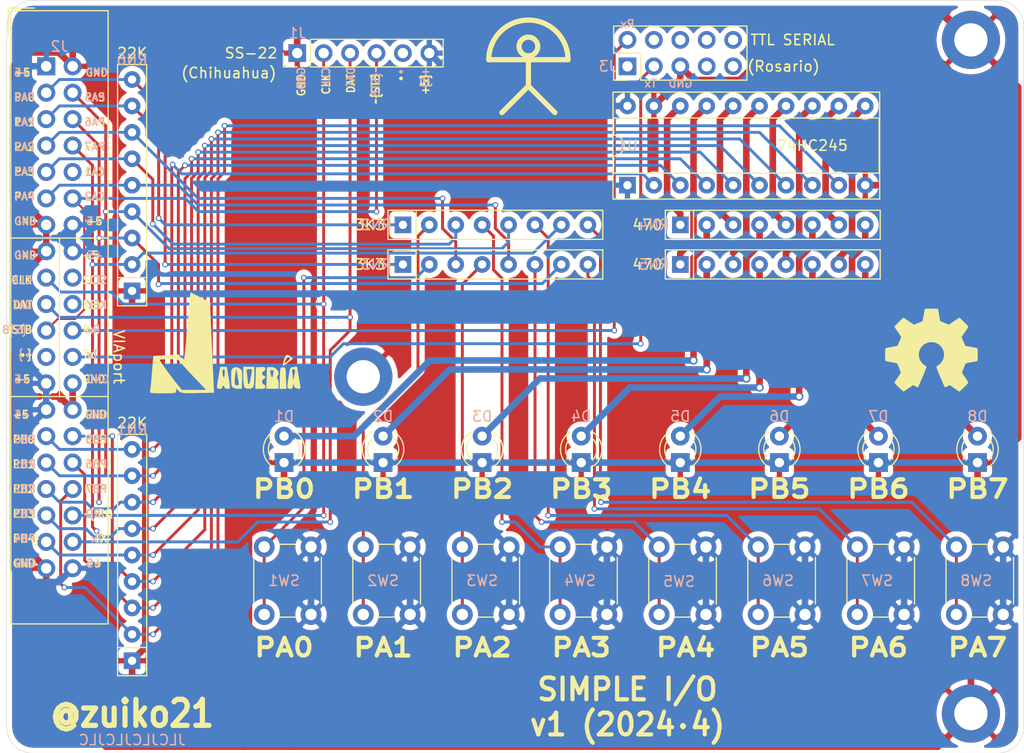
<source format=kicad_pcb>
(kicad_pcb (version 20171130) (host pcbnew "(5.1.2-1)-1")
  (layers (0 F.Cu signal) (31 B.Cu signal) (34 B.Paste user) (35 F.Paste user) (36 B.SilkS user) (37 F.SilkS user) (38 B.Mask user) (39 F.Mask user) (44 Edge.Cuts user))
  (net 0 "")
  (net 1 GND)
  (net 2 +5V)
  (net 3 /CB1)
  (net 4 /CA2)
  (net 5 PB4)
  (net 6 PB3)
  (net 7 PB7)
  (net 8 PB2)
  (net 9 PB6)
  (net 10 PB1)
  (net 11 PB5)
  (net 12 PB0)
  (net 13 PA4)
  (net 14 PA3)
  (net 15 PA7)
  (net 16 PA2)
  (net 17 PA6)
  (net 18 PA1)
  (net 19 PA5)
  (net 20 PA0)
  (net 21 /SC_TX)
  (net 22 /SC_RX)
  (net 23 /CB2)
  (net 24 /RB0)
  (net 25 /RB1)
  (net 26 /RB2)
  (net 27 /RB3)
  (net 28 /RB4)
  (net 29 /RB5)
  (net 30 /RB6)
  (net 31 /RB7)
  (net 32 /RA7)
  (net 33 /RA5)
  (net 34 /RA3)
  (net 35 /RA1)
  (net 36 /RA6)
  (net 37 /RA4)
  (net 38 /RA2)
  (net 39 /RA0)
  (net 40 /BB6)
  (net 41 /BB4)
  (net 42 /BB2)
  (net 43 /BB0)
  (net 44 /BB7)
  (net 45 /BB5)
  (net 46 /BB3)
  (net 47 /BB1)
  (module Connector_PinHeader_2.54mm:PinHeader_1x06_P2.54mm_Vertical (layer F.Cu) (at 46.99 29.21 90)
    (fp_text reference J1 (at 1.905 0 unlocked) (layer B.SilkS) (effects (justify mirror)))
    (fp_text value SS-22 (at 0 -4.445 unlocked) (layer F.SilkS))
    (pad 6 thru_hole oval (at 0 12.7 90) (size 1.7 1.7) (drill 1) (layers *.Cu *.Mask) (net 2 +5V))
    (pad 5 thru_hole oval (at 0 10.16 90) (size 1.7 1.7) (drill 1) (layers *.Cu *.Mask))
    (pad 4 thru_hole oval (at 0 7.62 90) (size 1.7 1.7) (drill 1) (layers *.Cu *.Mask) (net 4 /CA2))
    (pad 3 thru_hole oval (at 0 5.08 90) (size 1.7 1.7) (drill 1) (layers *.Cu *.Mask) (net 23 /CB2))
    (pad 2 thru_hole oval (at 0 2.54 90) (size 1.7 1.7) (drill 1) (layers *.Cu *.Mask) (net 3 /CB1))
    (pad 1 thru_hole rect (at 0 0 90) (size 1.7 1.7) (drill 1) (layers *.Cu *.Mask) (net 1 GND))
  )
  (module Connector_PinHeader_2.54mm:PinHeader_2x05_P2.54mm_Vertical (layer F.Cu) (at 78.74 30.48 90)
    (fp_text reference J3 (at 0 -1.905 unlocked) (layer B.SilkS) (effects (justify mirror)))
    (fp_text value "TTL SERIAL" (at 2.54 15.875 unlocked) (layer F.SilkS))
    (pad 10 thru_hole oval (at 2.54 10.16 90) (size 1.7 1.7) (drill 1) (layers *.Cu *.Mask))
    (pad 9 thru_hole oval (at 0 10.16 90) (size 1.7 1.7) (drill 1) (layers *.Cu *.Mask))
    (pad 8 thru_hole oval (at 2.54 7.62 90) (size 1.7 1.7) (drill 1) (layers *.Cu *.Mask))
    (pad 7 thru_hole oval (at 0 7.62 90) (size 1.7 1.7) (drill 1) (layers *.Cu *.Mask))
    (pad 6 thru_hole oval (at 2.54 5.08 90) (size 1.7 1.7) (drill 1) (layers *.Cu *.Mask))
    (pad 5 thru_hole oval (at 0 5.08 90) (size 1.7 1.7) (drill 1) (layers *.Cu *.Mask) (net 1 GND))
    (pad 4 thru_hole oval (at 2.54 2.54 90) (size 1.7 1.7) (drill 1) (layers *.Cu *.Mask))
    (pad 3 thru_hole oval (at 0 2.54 90) (size 1.7 1.7) (drill 1) (layers *.Cu *.Mask) (net 21 /SC_TX))
    (pad 2 thru_hole oval (at 2.54 0 90) (size 1.7 1.7) (drill 1) (layers *.Cu *.Mask) (net 22 /SC_RX))
    (pad 1 thru_hole rect (at 0 0 90) (size 1.7 1.7) (drill 1) (layers *.Cu *.Mask))
  )
  (module Package_DIP:DIP-20_W7.62mm_Socket (layer F.Cu) (at 78.74 41.91 90)
    (fp_text reference U1 (at 3.81 0 unlocked) (layer B.SilkS) (effects (justify mirror)))
    (fp_text value 74HC245 (at 3.81 17.78 unlocked) (layer F.SilkS))
    (pad 20 thru_hole oval (at 7.62 0 90) (size 1.6 1.6) (drill 0.8) (layers *.Cu *.Mask) (net 2 +5V))
    (pad 10 thru_hole oval (at 0 22.86 90) (size 1.6 1.6) (drill 0.8) (layers *.Cu *.Mask) (net 1 GND))
    (pad 19 thru_hole oval (at 7.62 2.54 90) (size 1.6 1.6) (drill 0.8) (layers *.Cu *.Mask) (net 1 GND))
    (pad 9 thru_hole oval (at 0 20.32 90) (size 1.6 1.6) (drill 0.8) (layers *.Cu *.Mask) (net 7 PB7))
    (pad 18 thru_hole oval (at 7.62 5.08 90) (size 1.6 1.6) (drill 0.8) (layers *.Cu *.Mask) (net 43 /BB0))
    (pad 8 thru_hole oval (at 0 17.78 90) (size 1.6 1.6) (drill 0.8) (layers *.Cu *.Mask) (net 9 PB6))
    (pad 17 thru_hole oval (at 7.62 7.62 90) (size 1.6 1.6) (drill 0.8) (layers *.Cu *.Mask) (net 47 /BB1))
    (pad 7 thru_hole oval (at 0 15.24 90) (size 1.6 1.6) (drill 0.8) (layers *.Cu *.Mask) (net 11 PB5))
    (pad 16 thru_hole oval (at 7.62 10.16 90) (size 1.6 1.6) (drill 0.8) (layers *.Cu *.Mask) (net 42 /BB2))
    (pad 6 thru_hole oval (at 0 12.7 90) (size 1.6 1.6) (drill 0.8) (layers *.Cu *.Mask) (net 5 PB4))
    (pad 15 thru_hole oval (at 7.62 12.7 90) (size 1.6 1.6) (drill 0.8) (layers *.Cu *.Mask) (net 46 /BB3))
    (pad 5 thru_hole oval (at 0 10.16 90) (size 1.6 1.6) (drill 0.8) (layers *.Cu *.Mask) (net 6 PB3))
    (pad 14 thru_hole oval (at 7.62 15.24 90) (size 1.6 1.6) (drill 0.8) (layers *.Cu *.Mask) (net 41 /BB4))
    (pad 4 thru_hole oval (at 0 7.62 90) (size 1.6 1.6) (drill 0.8) (layers *.Cu *.Mask) (net 8 PB2))
    (pad 13 thru_hole oval (at 7.62 17.78 90) (size 1.6 1.6) (drill 0.8) (layers *.Cu *.Mask) (net 45 /BB5))
    (pad 3 thru_hole oval (at 0 5.08 90) (size 1.6 1.6) (drill 0.8) (layers *.Cu *.Mask) (net 10 PB1))
    (pad 12 thru_hole oval (at 7.62 20.32 90) (size 1.6 1.6) (drill 0.8) (layers *.Cu *.Mask) (net 40 /BB6))
    (pad 2 thru_hole oval (at 0 2.54 90) (size 1.6 1.6) (drill 0.8) (layers *.Cu *.Mask) (net 12 PB0))
    (pad 11 thru_hole oval (at 7.62 22.86 90) (size 1.6 1.6) (drill 0.8) (layers *.Cu *.Mask) (net 44 /BB7))
    (pad 1 thru_hole rect (at 0 0 90) (size 1.6 1.6) (drill 0.8) (layers *.Cu *.Mask) (net 2 +5V))
  )
  (module Button_Switch_THT:SW_PUSH_6mm_H5mm (layer F.Cu) (at 110.363 83.185 90)
    (fp_text reference SW8 (at 3.25 1.905 unlocked) (layer B.SilkS) (effects (justify mirror)))
    (fp_text value PA7 (at -3.175 2.032 unlocked) (layer F.SilkS) (effects (font (size 1.7 2) (thickness 0.4))))
    (pad 1 thru_hole circle (at 6.5 0 180) (size 2 2) (drill 1.1) (layers *.Cu *.Mask) (net 32 /RA7))
    (pad 2 thru_hole circle (at 6.5 4.5 180) (size 2 2) (drill 1.1) (layers *.Cu *.Mask) (net 2 +5V))
    (pad 1 thru_hole circle (at 0 0 180) (size 2 2) (drill 1.1) (layers *.Cu *.Mask) (net 32 /RA7))
    (pad 2 thru_hole circle (at 0 4.5 180) (size 2 2) (drill 1.1) (layers *.Cu *.Mask) (net 2 +5V))
  )
  (module Button_Switch_THT:SW_PUSH_6mm_H5mm (layer F.Cu) (at 100.838 83.185 90)
    (fp_text reference SW7 (at 3.25 1.905 unlocked) (layer B.SilkS) (effects (justify mirror)))
    (fp_text value PA6 (at -3.175 2.032 unlocked) (layer F.SilkS) (effects (font (size 1.7 2) (thickness 0.4))))
    (pad 1 thru_hole circle (at 6.5 0 180) (size 2 2) (drill 1.1) (layers *.Cu *.Mask) (net 36 /RA6))
    (pad 2 thru_hole circle (at 6.5 4.5 180) (size 2 2) (drill 1.1) (layers *.Cu *.Mask) (net 2 +5V))
    (pad 1 thru_hole circle (at 0 0 180) (size 2 2) (drill 1.1) (layers *.Cu *.Mask) (net 36 /RA6))
    (pad 2 thru_hole circle (at 0 4.5 180) (size 2 2) (drill 1.1) (layers *.Cu *.Mask) (net 2 +5V))
  )
  (module Button_Switch_THT:SW_PUSH_6mm_H5mm (layer F.Cu) (at 91.313 83.185 90)
    (fp_text reference SW6 (at 3.25 1.905 unlocked) (layer B.SilkS) (effects (justify mirror)))
    (fp_text value PA5 (at -3.175 2.032 unlocked) (layer F.SilkS) (effects (font (size 1.7 2) (thickness 0.4))))
    (pad 1 thru_hole circle (at 6.5 0 180) (size 2 2) (drill 1.1) (layers *.Cu *.Mask) (net 33 /RA5))
    (pad 2 thru_hole circle (at 6.5 4.5 180) (size 2 2) (drill 1.1) (layers *.Cu *.Mask) (net 2 +5V))
    (pad 1 thru_hole circle (at 0 0 180) (size 2 2) (drill 1.1) (layers *.Cu *.Mask) (net 33 /RA5))
    (pad 2 thru_hole circle (at 0 4.5 180) (size 2 2) (drill 1.1) (layers *.Cu *.Mask) (net 2 +5V))
  )
  (module Button_Switch_THT:SW_PUSH_6mm_H5mm (layer F.Cu) (at 81.788 83.185 90)
    (fp_text reference SW5 (at 3.175 1.905 unlocked) (layer B.SilkS) (effects (justify mirror)))
    (fp_text value PA4 (at -3.175 2.54 unlocked) (layer F.SilkS) (effects (font (size 1.7 2) (thickness 0.4))))
    (pad 1 thru_hole circle (at 6.5 0 180) (size 2 2) (drill 1.1) (layers *.Cu *.Mask) (net 37 /RA4))
    (pad 2 thru_hole circle (at 6.5 4.5 180) (size 2 2) (drill 1.1) (layers *.Cu *.Mask) (net 2 +5V))
    (pad 1 thru_hole circle (at 0 0 180) (size 2 2) (drill 1.1) (layers *.Cu *.Mask) (net 37 /RA4))
    (pad 2 thru_hole circle (at 0 4.5 180) (size 2 2) (drill 1.1) (layers *.Cu *.Mask) (net 2 +5V))
  )
  (module Button_Switch_THT:SW_PUSH_6mm_H5mm (layer F.Cu) (at 72.263 83.185 90)
    (fp_text reference SW4 (at 3.25 1.905 unlocked) (layer B.SilkS) (effects (justify mirror)))
    (fp_text value PA3 (at -3.175 2.032 unlocked) (layer F.SilkS) (effects (font (size 1.7 2) (thickness 0.4))))
    (pad 1 thru_hole circle (at 6.5 0 180) (size 2 2) (drill 1.1) (layers *.Cu *.Mask) (net 34 /RA3))
    (pad 2 thru_hole circle (at 6.5 4.5 180) (size 2 2) (drill 1.1) (layers *.Cu *.Mask) (net 2 +5V))
    (pad 1 thru_hole circle (at 0 0 180) (size 2 2) (drill 1.1) (layers *.Cu *.Mask) (net 34 /RA3))
    (pad 2 thru_hole circle (at 0 4.5 180) (size 2 2) (drill 1.1) (layers *.Cu *.Mask) (net 2 +5V))
  )
  (module Button_Switch_THT:SW_PUSH_6mm_H5mm (layer F.Cu) (at 62.865 83.185 90)
    (fp_text reference SW3 (at 3.25 1.905 unlocked) (layer B.SilkS) (effects (justify mirror)))
    (fp_text value PA2 (at -3.175 1.905 unlocked) (layer F.SilkS) (effects (font (size 1.7 2) (thickness 0.4))))
    (pad 1 thru_hole circle (at 6.5 0 180) (size 2 2) (drill 1.1) (layers *.Cu *.Mask) (net 38 /RA2))
    (pad 2 thru_hole circle (at 6.5 4.5 180) (size 2 2) (drill 1.1) (layers *.Cu *.Mask) (net 2 +5V))
    (pad 1 thru_hole circle (at 0 0 180) (size 2 2) (drill 1.1) (layers *.Cu *.Mask) (net 38 /RA2))
    (pad 2 thru_hole circle (at 0 4.5 180) (size 2 2) (drill 1.1) (layers *.Cu *.Mask) (net 2 +5V))
  )
  (module Button_Switch_THT:SW_PUSH_6mm_H5mm (layer F.Cu) (at 53.34 83.185 90)
    (fp_text reference SW2 (at 3.25 1.905 unlocked) (layer B.SilkS) (effects (justify mirror)))
    (fp_text value PA1 (at -3.175 1.905 unlocked) (layer F.SilkS) (effects (font (size 1.7 2) (thickness 0.4))))
    (pad 1 thru_hole circle (at 6.5 0 180) (size 2 2) (drill 1.1) (layers *.Cu *.Mask) (net 35 /RA1))
    (pad 2 thru_hole circle (at 6.5 4.5 180) (size 2 2) (drill 1.1) (layers *.Cu *.Mask) (net 2 +5V))
    (pad 1 thru_hole circle (at 0 0 180) (size 2 2) (drill 1.1) (layers *.Cu *.Mask) (net 35 /RA1))
    (pad 2 thru_hole circle (at 0 4.5 180) (size 2 2) (drill 1.1) (layers *.Cu *.Mask) (net 2 +5V))
  )
  (module Button_Switch_THT:SW_PUSH_6mm_H5mm (layer F.Cu) (at 43.815 83.185 90)
    (fp_text reference SW1 (at 3.25 1.905 unlocked) (layer B.SilkS) (effects (justify mirror)))
    (fp_text value PA0 (at -3.175 1.905 unlocked) (layer F.SilkS) (effects (font (size 1.7 2) (thickness 0.4))))
    (pad 1 thru_hole circle (at 6.5 0 180) (size 2 2) (drill 1.1) (layers *.Cu *.Mask) (net 39 /RA0))
    (pad 2 thru_hole circle (at 6.5 4.5 180) (size 2 2) (drill 1.1) (layers *.Cu *.Mask) (net 2 +5V))
    (pad 1 thru_hole circle (at 0 0 180) (size 2 2) (drill 1.1) (layers *.Cu *.Mask) (net 39 /RA0))
    (pad 2 thru_hole circle (at 0 4.5 180) (size 2 2) (drill 1.1) (layers *.Cu *.Mask) (net 2 +5V))
  )
  (module Resistor_THT:R_Array_SIP9 (layer F.Cu) (at 31.115 52.07 90)
    (fp_text reference RN6 (at 22.225 0 unlocked) (layer B.SilkS) (effects (justify mirror)))
    (fp_text value 22K (at 22.86 0 unlocked) (layer F.SilkS))
    (pad 9 thru_hole oval (at 20.32 0 90) (size 1.6 1.6) (drill 0.8) (layers *.Cu *.Mask) (net 20 PA0))
    (pad 8 thru_hole oval (at 17.78 0 90) (size 1.6 1.6) (drill 0.8) (layers *.Cu *.Mask) (net 18 PA1))
    (pad 7 thru_hole oval (at 15.24 0 90) (size 1.6 1.6) (drill 0.8) (layers *.Cu *.Mask) (net 16 PA2))
    (pad 6 thru_hole oval (at 12.7 0 90) (size 1.6 1.6) (drill 0.8) (layers *.Cu *.Mask) (net 14 PA3))
    (pad 5 thru_hole oval (at 10.16 0 90) (size 1.6 1.6) (drill 0.8) (layers *.Cu *.Mask) (net 13 PA4))
    (pad 4 thru_hole oval (at 7.62 0 90) (size 1.6 1.6) (drill 0.8) (layers *.Cu *.Mask) (net 19 PA5))
    (pad 3 thru_hole oval (at 5.08 0 90) (size 1.6 1.6) (drill 0.8) (layers *.Cu *.Mask) (net 17 PA6))
    (pad 2 thru_hole oval (at 2.54 0 90) (size 1.6 1.6) (drill 0.8) (layers *.Cu *.Mask) (net 15 PA7))
    (pad 1 thru_hole rect (at 0 0 90) (size 1.6 1.6) (drill 0.8) (layers *.Cu *.Mask) (net 1 GND))
  )
  (module Resistor_THT:R_Array_SIP8 (layer F.Cu) (at 83.82 49.53)
    (fp_text reference RN5 (at -2.54 0 unlocked) (layer B.SilkS) (effects (justify mirror)))
    (fp_text value 470 (at -3.175 0 unlocked) (layer F.SilkS))
    (pad 8 thru_hole oval (at 17.78 0) (size 1.6 1.6) (drill 0.8) (layers *.Cu *.Mask) (net 31 /RB7))
    (pad 7 thru_hole oval (at 15.24 0) (size 1.6 1.6) (drill 0.8) (layers *.Cu *.Mask) (net 44 /BB7))
    (pad 6 thru_hole oval (at 12.7 0) (size 1.6 1.6) (drill 0.8) (layers *.Cu *.Mask) (net 29 /RB5))
    (pad 5 thru_hole oval (at 10.16 0) (size 1.6 1.6) (drill 0.8) (layers *.Cu *.Mask) (net 45 /BB5))
    (pad 4 thru_hole oval (at 7.62 0) (size 1.6 1.6) (drill 0.8) (layers *.Cu *.Mask) (net 27 /RB3))
    (pad 3 thru_hole oval (at 5.08 0) (size 1.6 1.6) (drill 0.8) (layers *.Cu *.Mask) (net 46 /BB3))
    (pad 2 thru_hole oval (at 2.54 0) (size 1.6 1.6) (drill 0.8) (layers *.Cu *.Mask) (net 25 /RB1))
    (pad 1 thru_hole rect (at 0 0) (size 1.6 1.6) (drill 0.8) (layers *.Cu *.Mask) (net 47 /BB1))
  )
  (module Resistor_THT:R_Array_SIP8 (layer F.Cu) (at 83.82 45.72)
    (fp_text reference RN4 (at -2.54 0 unlocked) (layer B.SilkS) (effects (justify mirror)))
    (fp_text value 470 (at -3.175 0 unlocked) (layer F.SilkS))
    (pad 8 thru_hole oval (at 17.78 0) (size 1.6 1.6) (drill 0.8) (layers *.Cu *.Mask) (net 30 /RB6))
    (pad 7 thru_hole oval (at 15.24 0) (size 1.6 1.6) (drill 0.8) (layers *.Cu *.Mask) (net 40 /BB6))
    (pad 6 thru_hole oval (at 12.7 0) (size 1.6 1.6) (drill 0.8) (layers *.Cu *.Mask) (net 28 /RB4))
    (pad 5 thru_hole oval (at 10.16 0) (size 1.6 1.6) (drill 0.8) (layers *.Cu *.Mask) (net 41 /BB4))
    (pad 4 thru_hole oval (at 7.62 0) (size 1.6 1.6) (drill 0.8) (layers *.Cu *.Mask) (net 26 /RB2))
    (pad 3 thru_hole oval (at 5.08 0) (size 1.6 1.6) (drill 0.8) (layers *.Cu *.Mask) (net 42 /BB2))
    (pad 2 thru_hole oval (at 2.54 0) (size 1.6 1.6) (drill 0.8) (layers *.Cu *.Mask) (net 24 /RB0))
    (pad 1 thru_hole rect (at 0 0) (size 1.6 1.6) (drill 0.8) (layers *.Cu *.Mask) (net 43 /BB0))
  )
  (module Resistor_THT:R_Array_SIP8 (layer F.Cu) (at 57.15 49.53)
    (fp_text reference RN3 (at -2.54 0 unlocked) (layer B.SilkS) (effects (justify mirror)))
    (fp_text value 3K3 (at -3.175 0 unlocked) (layer F.SilkS))
    (pad 8 thru_hole oval (at 17.78 0) (size 1.6 1.6) (drill 0.8) (layers *.Cu *.Mask) (net 36 /RA6))
    (pad 7 thru_hole oval (at 15.24 0) (size 1.6 1.6) (drill 0.8) (layers *.Cu *.Mask) (net 17 PA6))
    (pad 6 thru_hole oval (at 12.7 0) (size 1.6 1.6) (drill 0.8) (layers *.Cu *.Mask) (net 37 /RA4))
    (pad 5 thru_hole oval (at 10.16 0) (size 1.6 1.6) (drill 0.8) (layers *.Cu *.Mask) (net 13 PA4))
    (pad 4 thru_hole oval (at 7.62 0) (size 1.6 1.6) (drill 0.8) (layers *.Cu *.Mask) (net 38 /RA2))
    (pad 3 thru_hole oval (at 5.08 0) (size 1.6 1.6) (drill 0.8) (layers *.Cu *.Mask) (net 16 PA2))
    (pad 2 thru_hole oval (at 2.54 0) (size 1.6 1.6) (drill 0.8) (layers *.Cu *.Mask) (net 39 /RA0))
    (pad 1 thru_hole rect (at 0 0) (size 1.6 1.6) (drill 0.8) (layers *.Cu *.Mask) (net 20 PA0))
  )
  (module Resistor_THT:R_Array_SIP8 (layer F.Cu) (at 57.15 45.72)
    (fp_text reference RN2 (at -2.54 0 unlocked) (layer B.SilkS) (effects (justify mirror)))
    (fp_text value 3K3 (at -3.175 0 unlocked) (layer F.SilkS))
    (pad 8 thru_hole oval (at 17.78 0) (size 1.6 1.6) (drill 0.8) (layers *.Cu *.Mask) (net 32 /RA7))
    (pad 7 thru_hole oval (at 15.24 0) (size 1.6 1.6) (drill 0.8) (layers *.Cu *.Mask) (net 15 PA7))
    (pad 6 thru_hole oval (at 12.7 0) (size 1.6 1.6) (drill 0.8) (layers *.Cu *.Mask) (net 33 /RA5))
    (pad 5 thru_hole oval (at 10.16 0) (size 1.6 1.6) (drill 0.8) (layers *.Cu *.Mask) (net 19 PA5))
    (pad 4 thru_hole oval (at 7.62 0) (size 1.6 1.6) (drill 0.8) (layers *.Cu *.Mask) (net 34 /RA3))
    (pad 3 thru_hole oval (at 5.08 0) (size 1.6 1.6) (drill 0.8) (layers *.Cu *.Mask) (net 14 PA3))
    (pad 2 thru_hole oval (at 2.54 0) (size 1.6 1.6) (drill 0.8) (layers *.Cu *.Mask) (net 35 /RA1))
    (pad 1 thru_hole rect (at 0 0) (size 1.6 1.6) (drill 0.8) (layers *.Cu *.Mask) (net 18 PA1))
  )
  (module Resistor_THT:R_Array_SIP9 (layer F.Cu) (at 31.115 87.63 90)
    (fp_text reference RN1 (at 22.225 0 unlocked) (layer B.SilkS) (effects (justify mirror)))
    (fp_text value 22K (at 22.86 0 unlocked) (layer F.SilkS))
    (pad 9 thru_hole oval (at 20.32 0 90) (size 1.6 1.6) (drill 0.8) (layers *.Cu *.Mask) (net 12 PB0))
    (pad 8 thru_hole oval (at 17.78 0 90) (size 1.6 1.6) (drill 0.8) (layers *.Cu *.Mask) (net 10 PB1))
    (pad 7 thru_hole oval (at 15.24 0 90) (size 1.6 1.6) (drill 0.8) (layers *.Cu *.Mask) (net 8 PB2))
    (pad 6 thru_hole oval (at 12.7 0 90) (size 1.6 1.6) (drill 0.8) (layers *.Cu *.Mask) (net 6 PB3))
    (pad 5 thru_hole oval (at 10.16 0 90) (size 1.6 1.6) (drill 0.8) (layers *.Cu *.Mask) (net 5 PB4))
    (pad 4 thru_hole oval (at 7.62 0 90) (size 1.6 1.6) (drill 0.8) (layers *.Cu *.Mask) (net 11 PB5))
    (pad 3 thru_hole oval (at 5.08 0 90) (size 1.6 1.6) (drill 0.8) (layers *.Cu *.Mask) (net 9 PB6))
    (pad 2 thru_hole oval (at 2.54 0 90) (size 1.6 1.6) (drill 0.8) (layers *.Cu *.Mask) (net 7 PB7))
    (pad 1 thru_hole rect (at 0 0 90) (size 1.6 1.6) (drill 0.8) (layers *.Cu *.Mask) (net 1 GND))
  )
  (module LED_THT:LED_D3.0mm (layer F.Cu) (at 112.395 68.58 90)
    (fp_text reference D8 (at 4.445 0 unlocked) (layer B.SilkS) (effects (justify mirror)))
    (fp_text value PB7 (at -2.54 0 unlocked) (layer F.SilkS) (effects (font (size 1.7 2) (thickness 0.4))))
    (pad 2 thru_hole circle (at 2.54 0 90) (size 1.8 1.8) (drill 0.9) (layers *.Cu *.Mask) (net 31 /RB7))
    (pad 1 thru_hole rect (at 0 0 90) (size 1.8 1.8) (drill 0.9) (layers *.Cu *.Mask) (net 1 GND))
  )
  (module LED_THT:LED_D3.0mm (layer F.Cu) (at 102.87 68.58 90)
    (fp_text reference D7 (at 4.445 0 unlocked) (layer B.SilkS) (effects (justify mirror)))
    (fp_text value PB6 (at -2.54 0 unlocked) (layer F.SilkS) (effects (font (size 1.7 2) (thickness 0.4))))
    (pad 2 thru_hole circle (at 2.54 0 90) (size 1.8 1.8) (drill 0.9) (layers *.Cu *.Mask) (net 30 /RB6))
    (pad 1 thru_hole rect (at 0 0 90) (size 1.8 1.8) (drill 0.9) (layers *.Cu *.Mask) (net 1 GND))
  )
  (module LED_THT:LED_D3.0mm (layer F.Cu) (at 93.345 68.58 90)
    (fp_text reference D6 (at 4.445 0 unlocked) (layer B.SilkS) (effects (justify mirror)))
    (fp_text value PB5 (at -2.54 0 unlocked) (layer F.SilkS) (effects (font (size 1.7 2) (thickness 0.4))))
    (pad 2 thru_hole circle (at 2.54 0 90) (size 1.8 1.8) (drill 0.9) (layers *.Cu *.Mask) (net 29 /RB5))
    (pad 1 thru_hole rect (at 0 0 90) (size 1.8 1.8) (drill 0.9) (layers *.Cu *.Mask) (net 1 GND))
  )
  (module LED_THT:LED_D3.0mm (layer F.Cu) (at 83.82 68.58 90)
    (fp_text reference D5 (at 4.445 0 unlocked) (layer B.SilkS) (effects (justify mirror)))
    (fp_text value PB4 (at -2.54 0 unlocked) (layer F.SilkS) (effects (font (size 1.7 2) (thickness 0.4))))
    (pad 2 thru_hole circle (at 2.54 0 90) (size 1.8 1.8) (drill 0.9) (layers *.Cu *.Mask) (net 28 /RB4))
    (pad 1 thru_hole rect (at 0 0 90) (size 1.8 1.8) (drill 0.9) (layers *.Cu *.Mask) (net 1 GND))
  )
  (module LED_THT:LED_D3.0mm (layer F.Cu) (at 74.295 68.58 90)
    (fp_text reference D4 (at 4.445 0 unlocked) (layer B.SilkS) (effects (justify mirror)))
    (fp_text value PB3 (at -2.54 0 unlocked) (layer F.SilkS) (effects (font (size 1.7 2) (thickness 0.4))))
    (pad 2 thru_hole circle (at 2.54 0 90) (size 1.8 1.8) (drill 0.9) (layers *.Cu *.Mask) (net 27 /RB3))
    (pad 1 thru_hole rect (at 0 0 90) (size 1.8 1.8) (drill 0.9) (layers *.Cu *.Mask) (net 1 GND))
  )
  (module LED_THT:LED_D3.0mm (layer F.Cu) (at 64.77 68.58 90)
    (fp_text reference D3 (at 4.445 0 unlocked) (layer B.SilkS) (effects (justify mirror)))
    (fp_text value PB2 (at -2.54 0 unlocked) (layer F.SilkS) (effects (font (size 1.7 2) (thickness 0.4))))
    (pad 2 thru_hole circle (at 2.54 0 90) (size 1.8 1.8) (drill 0.9) (layers *.Cu *.Mask) (net 26 /RB2))
    (pad 1 thru_hole rect (at 0 0 90) (size 1.8 1.8) (drill 0.9) (layers *.Cu *.Mask) (net 1 GND))
  )
  (module LED_THT:LED_D3.0mm (layer F.Cu) (at 55.245 68.58 90)
    (fp_text reference D2 (at 4.445 0 unlocked) (layer B.SilkS) (effects (justify mirror)))
    (fp_text value PB1 (at -2.54 0 unlocked) (layer F.SilkS) (effects (font (size 1.7 2) (thickness 0.4))))
    (pad 2 thru_hole circle (at 2.54 0 90) (size 1.8 1.8) (drill 0.9) (layers *.Cu *.Mask) (net 25 /RB1))
    (pad 1 thru_hole rect (at 0 0 90) (size 1.8 1.8) (drill 0.9) (layers *.Cu *.Mask) (net 1 GND))
  )
  (module LED_THT:LED_D3.0mm (layer F.Cu) (at 45.72 68.58 90)
    (fp_text reference D1 (at 4.445 0 unlocked) (layer B.SilkS) (effects (justify mirror)))
    (fp_text value PB0 (at -2.54 0 unlocked) (layer F.SilkS) (effects (font (size 1.7 2) (thickness 0.4))))
    (pad 2 thru_hole circle (at 2.54 0 90) (size 1.8 1.8) (drill 0.9) (layers *.Cu *.Mask) (net 24 /RB0))
    (pad 1 thru_hole rect (at 0 0 90) (size 1.8 1.8) (drill 0.9) (layers *.Cu *.Mask) (net 1 GND))
  )
  (module MountingHole:MountingHole_3.2mm_M3_DIN965_Pad (layer F.Cu) (at 53.34 60.325)
    (fp_text reference H3 hide)
    (fp_text value MountingHole_Pad hide)
    (pad 1 thru_hole circle (at 0 0) (size 5.6 5.6) (drill 3.2) (layers *.Cu *.Mask) (net 1 GND))
  )
  (module MountingHole:MountingHole_3.2mm_M3_DIN965_Pad (layer F.Cu) (at 111.76 92.71)
    (fp_text reference H2 hide)
    (fp_text value MountingHole_Pad hide)
    (pad 1 thru_hole circle (at 0 0) (size 5.6 5.6) (drill 3.2) (layers *.Cu *.Mask) (net 1 GND))
  )
  (module MountingHole:MountingHole_3.2mm_M3_DIN965_Pad (layer F.Cu) (at 111.76 27.94)
    (fp_text reference H1 hide)
    (fp_text value MountingHole_Pad hide)
    (pad 1 thru_hole circle (at 0 0) (size 5.6 5.6) (drill 3.2) (layers *.Cu *.Mask) (net 1 GND))
  )
  (module durango:jaqueria (layer F.Cu) (at 40.005 57.15)
    (fp_text reference LOGO2 hide)
    (fp_text value Logo_Open_Hardware_Small hide)
  )
  (module Symbol:OSHW-Symbol_8.9x8mm_SilkScreen (layer F.Cu) (at 107.95 57.785)
    (fp_text reference LOGO1 hide)
    (fp_text value Logo_Open_Hardware_Large hide)
  )
  (module Connector_IDC:IDC-Header_2x20_P2.54mm_Vertical (layer F.Cu) (at 22.86 30.48)
    (fp_text reference J2 (at 1.27 -1.905 unlocked) (layer B.SilkS) (effects (justify mirror)))
    (fp_text value VIAport (at 6.985 27.94 270 unlocked) (layer F.SilkS))
    (pad 40 thru_hole oval (at 2.54 48.26) (size 1.7272 1.7272) (drill 1.016) (layers *.Cu *.Mask) (net 2 +5V))
    (pad 39 thru_hole oval (at 0 48.26) (size 1.7272 1.7272) (drill 1.016) (layers *.Cu *.Mask) (net 1 GND))
    (pad 38 thru_hole oval (at 2.54 45.72) (size 1.7272 1.7272) (drill 1.016) (layers *.Cu *.Mask) (net 23 /CB2))
    (pad 37 thru_hole oval (at 0 45.72) (size 1.7272 1.7272) (drill 1.016) (layers *.Cu *.Mask) (net 5 PB4))
    (pad 36 thru_hole oval (at 2.54 43.18) (size 1.7272 1.7272) (drill 1.016) (layers *.Cu *.Mask) (net 3 /CB1))
    (pad 35 thru_hole oval (at 0 43.18) (size 1.7272 1.7272) (drill 1.016) (layers *.Cu *.Mask) (net 6 PB3))
    (pad 34 thru_hole oval (at 2.54 40.64) (size 1.7272 1.7272) (drill 1.016) (layers *.Cu *.Mask) (net 7 PB7))
    (pad 33 thru_hole oval (at 0 40.64) (size 1.7272 1.7272) (drill 1.016) (layers *.Cu *.Mask) (net 8 PB2))
    (pad 32 thru_hole oval (at 2.54 38.1) (size 1.7272 1.7272) (drill 1.016) (layers *.Cu *.Mask) (net 9 PB6))
    (pad 31 thru_hole oval (at 0 38.1) (size 1.7272 1.7272) (drill 1.016) (layers *.Cu *.Mask) (net 10 PB1))
    (pad 30 thru_hole oval (at 2.54 35.56) (size 1.7272 1.7272) (drill 1.016) (layers *.Cu *.Mask) (net 11 PB5))
    (pad 29 thru_hole oval (at 0 35.56) (size 1.7272 1.7272) (drill 1.016) (layers *.Cu *.Mask) (net 12 PB0))
    (pad 28 thru_hole oval (at 2.54 33.02) (size 1.7272 1.7272) (drill 1.016) (layers *.Cu *.Mask) (net 1 GND))
    (pad 27 thru_hole oval (at 0 33.02) (size 1.7272 1.7272) (drill 1.016) (layers *.Cu *.Mask) (net 2 +5V))
    (pad 26 thru_hole oval (at 2.54 30.48) (size 1.7272 1.7272) (drill 1.016) (layers *.Cu *.Mask) (net 1 GND))
    (pad 25 thru_hole oval (at 0 30.48) (size 1.7272 1.7272) (drill 1.016) (layers *.Cu *.Mask) (net 2 +5V))
    (pad 24 thru_hole oval (at 2.54 27.94) (size 1.7272 1.7272) (drill 1.016) (layers *.Cu *.Mask) (net 21 /SC_TX))
    (pad 23 thru_hole oval (at 0 27.94) (size 1.7272 1.7272) (drill 1.016) (layers *.Cu *.Mask))
    (pad 22 thru_hole oval (at 2.54 25.4) (size 1.7272 1.7272) (drill 1.016) (layers *.Cu *.Mask) (net 22 /SC_RX))
    (pad 21 thru_hole oval (at 0 25.4) (size 1.7272 1.7272) (drill 1.016) (layers *.Cu *.Mask) (net 4 /CA2))
    (pad 20 thru_hole oval (at 2.54 22.86) (size 1.7272 1.7272) (drill 1.016) (layers *.Cu *.Mask))
    (pad 19 thru_hole oval (at 0 22.86) (size 1.7272 1.7272) (drill 1.016) (layers *.Cu *.Mask) (net 23 /CB2))
    (pad 18 thru_hole oval (at 2.54 20.32) (size 1.7272 1.7272) (drill 1.016) (layers *.Cu *.Mask))
    (pad 17 thru_hole oval (at 0 20.32) (size 1.7272 1.7272) (drill 1.016) (layers *.Cu *.Mask) (net 3 /CB1))
    (pad 16 thru_hole oval (at 2.54 17.78) (size 1.7272 1.7272) (drill 1.016) (layers *.Cu *.Mask) (net 2 +5V))
    (pad 15 thru_hole oval (at 0 17.78) (size 1.7272 1.7272) (drill 1.016) (layers *.Cu *.Mask) (net 1 GND))
    (pad 14 thru_hole oval (at 2.54 15.24) (size 1.7272 1.7272) (drill 1.016) (layers *.Cu *.Mask) (net 2 +5V))
    (pad 13 thru_hole oval (at 0 15.24) (size 1.7272 1.7272) (drill 1.016) (layers *.Cu *.Mask) (net 1 GND))
    (pad 12 thru_hole oval (at 2.54 12.7) (size 1.7272 1.7272) (drill 1.016) (layers *.Cu *.Mask) (net 4 /CA2))
    (pad 11 thru_hole oval (at 0 12.7) (size 1.7272 1.7272) (drill 1.016) (layers *.Cu *.Mask) (net 13 PA4))
    (pad 10 thru_hole oval (at 2.54 10.16) (size 1.7272 1.7272) (drill 1.016) (layers *.Cu *.Mask))
    (pad 9 thru_hole oval (at 0 10.16) (size 1.7272 1.7272) (drill 1.016) (layers *.Cu *.Mask) (net 14 PA3))
    (pad 8 thru_hole oval (at 2.54 7.62) (size 1.7272 1.7272) (drill 1.016) (layers *.Cu *.Mask) (net 15 PA7))
    (pad 7 thru_hole oval (at 0 7.62) (size 1.7272 1.7272) (drill 1.016) (layers *.Cu *.Mask) (net 16 PA2))
    (pad 6 thru_hole oval (at 2.54 5.08) (size 1.7272 1.7272) (drill 1.016) (layers *.Cu *.Mask) (net 17 PA6))
    (pad 5 thru_hole oval (at 0 5.08) (size 1.7272 1.7272) (drill 1.016) (layers *.Cu *.Mask) (net 18 PA1))
    (pad 4 thru_hole oval (at 2.54 2.54) (size 1.7272 1.7272) (drill 1.016) (layers *.Cu *.Mask) (net 19 PA5))
    (pad 3 thru_hole oval (at 0 2.54) (size 1.7272 1.7272) (drill 1.016) (layers *.Cu *.Mask) (net 20 PA0))
    (pad 2 thru_hole oval (at 2.54 0) (size 1.7272 1.7272) (drill 1.016) (layers *.Cu *.Mask) (net 1 GND))
    (pad 1 thru_hole rect (at 0 0) (size 1.7272 1.7272) (drill 1.016) (layers *.Cu *.Mask) (net 2 +5V))
  )
  (gr_text "(Rosario)" (at 90.17 30.48) (layer F.SilkS) (effects (font (size 1 1)) (justify left)))
  (gr_text "(Chihuahua)" (at 45.085 31.115) (layer F.SilkS) (effects (font (size 1 1)) (justify right)))
  (gr_text Rx (at 78.74 26.416) (layer B.SilkS) (effects (font (size 0.75 0.75)) (justify mirror)))
  (gr_text "GND  Tx" (at 82.677 32.131) (layer B.SilkS) (effects (font (size 0.75 0.75)) (justify mirror)))
  (gr_text "GND\n\nCLK\n\nDAT\n\n~STB\n\n•\n\n+5" (at 53.34 31.115 90) (layer F.SilkS) (effects (font (size 0.74 0.7)) (justify right)))
  (gr_text "GND\n\nCLK\n\nDAT\n\n~STB\n\n•\n\n+5" (at 53.34 30.48 90) (layer B.SilkS) (effects (font (size 0.74 0.7)) (justify left mirror)))
  (gr_text "CLK\n\nDAT\n\n~STB\n\n•" (at 21.59 54.61) (layer B.SilkS) (effects (font (size 0.74 0.7)) (justify left mirror)))
  (gr_line (start 19.431 62.23) (end 24.13 62.23) (layer F.SilkS) (width 0.12))
  (gr_line (start 19.431 46.99) (end 24.13 46.99) (layer F.SilkS) (width 0.12))
  (gr_text "CLK\n\nDAT\n\n~STB\n\n•" (at 21.59 54.61) (layer F.SilkS) (effects (font (size 0.74 0.7)) (justify right)))
  (gr_text JLCJLCJLCJLC (at 31.115 95.25) (layer B.SilkS) (effects (font (size 1 1)) (justify mirror)))
  (gr_text "GND          +5\n\nPB5         PB0\n\nPB6         PB1\n\nPB7         PB2\n\nIRQ         PB3\n\nTx          PB4\n\n+5         GND" (at 19.685 71.12) (layer B.SilkS) (effects (font (size 0.74 0.7)) (justify right mirror)))
  (gr_text "GND          +5\n\nPA5         PA0\n\nPA6         PA1\n\nPA7         PA2\n\nCA1         PA3\n\nCA2         PA4\n\n+5         GND" (at 19.685 38.227) (layer B.SilkS) (effects (font (size 0.74 0.7)) (justify right mirror)))
  (gr_text "GND\n\n\n\n\n\n\n\n\n\n+5" (at 19.685 54.61) (layer B.SilkS) (effects (font (size 0.74 0.7)) (justify right mirror)))
  (gr_text "+5\n\nSCL\n\nKEY\n\nRx\n\nTx\n\nGND" (at 26.67 54.61) (layer B.SilkS) (effects (font (size 0.74 0.7)) (justify right mirror)))
  (gr_line (start 24.13 62.23) (end 28.829 62.23) (layer F.SilkS) (width 0.12))
  (gr_line (start 24.13 46.99) (end 28.829 46.99) (layer F.SilkS) (width 0.12))
  (gr_text "GND\n\n\n\n\n\n\n\n\n\n+5" (at 19.685 54.61) (layer F.SilkS) (effects (font (size 0.74 0.7)) (justify left)))
  (gr_line (start 24.13 46.99) (end 24.13 62.23) (layer F.SilkS) (width 0.12))
  (gr_text "+5\n\nSCL\n\nKEY\n\nRx\n\nTx\n\nGND" (at 26.289 54.61) (layer F.SilkS) (effects (font (size 0.74 0.7)) (justify left)))
  (gr_text "+5          GND\n\nPB0         PB5\n\nPB1         PB6\n\nPB2         PB7\n\nPB3         ~IRQ\n\nPB4          TX\n\nGND         +5" (at 19.558 71.12) (layer F.SilkS) (effects (font (size 0.74 0.7)) (justify left)))
  (gr_text "+5          GND\n\nPA0         PA5\n\nPA1         PA6\n\nPA2         PA7\n\nPA3         CA1\n\nPA4         CA2\n\nGND         +5" (at 19.685 38.227) (layer F.SilkS) (effects (font (size 0.74 0.7)) (justify left)))
  (gr_line (start 69.215 32.385) (end 71.755 34.925) (layer F.SilkS) (width 0.5))
  (gr_line (start 69.215 32.385) (end 66.675 34.925) (layer F.SilkS) (width 0.5))
  (gr_line (start 69.215 29.473026) (end 69.215 32.385) (layer F.SilkS) (width 0.5))
  (gr_line (start 65.405 29.845) (end 73.025 29.845) (layer F.SilkS) (width 0.5))
  (gr_circle (center 69.215 28.575) (end 70.113026 28.575) (layer F.SilkS) (width 0.5))
  (gr_arc (start 69.215 29.845) (end 73.025 29.845) (angle -180) (layer F.SilkS) (width 0.5))
  (gr_text @zuiko21 (at 31.115 92.71) (layer F.SilkS) (effects (font (size 2.5 2.2) (thickness 0.5))))
  (gr_text "SIMPLE I/O\nv1 (2024·4)" (at 78.74 92.075) (layer F.SilkS) (effects (font (size 2.1 2) (thickness 0.4))))
  (gr_arc (start 21.59 26.67) (end 21.59 24.13) (angle -90) (layer Edge.Cuts) (width 0.05))
  (gr_arc (start 114.3 26.67) (end 116.84 26.67) (angle -90) (layer Edge.Cuts) (width 0.05))
  (gr_arc (start 114.3 93.98) (end 114.3 96.52) (angle -90) (layer Edge.Cuts) (width 0.05))
  (gr_arc (start 21.59 93.98) (end 19.05 93.98) (angle -90) (layer Edge.Cuts) (width 0.05))
  (gr_line (start 19.05 93.98) (end 19.05 26.67) (layer Edge.Cuts) (width 0.05))
  (gr_line (start 114.3 96.52) (end 21.59 96.52) (layer Edge.Cuts) (width 0.05))
  (gr_line (start 116.84 26.67) (end 116.84 93.98) (layer Edge.Cuts) (width 0.05))
  (gr_line (start 21.59 24.13) (end 114.3 24.13) (layer Edge.Cuts) (width 0.05))
  (segment (start 22.86 45.72) (end 22.86 48.26) (width 0.635) (layer F.Cu) (net 1))
  (segment (start 22.86 45.72) (end 19.685 42.545) (width 0.635) (layer F.Cu) (net 1))
  (segment (start 19.685 42.545) (end 19.685 30.48) (width 0.635) (layer F.Cu) (net 1))
  (segment (start 21.016101 29.148899) (end 19.685 30.48) (width 0.635) (layer F.Cu) (net 1))
  (segment (start 24.068899 29.148899) (end 21.016101 29.148899) (width 0.635) (layer F.Cu) (net 1))
  (segment (start 25.4 30.48) (end 24.068899 29.148899) (width 0.635) (layer F.Cu) (net 1))
  (segment (start 19.685 75.565) (end 22.86 78.74) (width 0.635) (layer F.Cu) (net 1))
  (segment (start 19.685 51.435) (end 22.86 48.26) (width 0.635) (layer F.Cu) (net 1))
  (segment (start 19.685 61.595) (end 19.685 51.435) (width 0.635) (layer F.Cu) (net 1))
  (segment (start 19.685 62.23) (end 19.685 61.595) (width 0.635) (layer F.Cu) (net 1))
  (segment (start 20.32 62.23) (end 19.685 61.595) (width 0.28) (layer F.Cu) (net 1))
  (segment (start 20.32 62.23) (end 19.685 62.23) (width 0.28) (layer F.Cu) (net 1))
  (segment (start 20.32 62.23) (end 19.685 62.865) (width 0.28) (layer F.Cu) (net 1))
  (segment (start 19.685 62.865) (end 19.685 75.565) (width 0.635) (layer F.Cu) (net 1))
  (segment (start 19.685 62.23) (end 19.685 62.865) (width 0.635) (layer F.Cu) (net 1))
  (segment (start 25.4 26.67) (end 25.4 30.48) (width 0.635) (layer F.Cu) (net 1))
  (segment (start 26.505 25.565) (end 25.4 26.67) (width 0.635) (layer F.Cu) (net 1))
  (segment (start 25.4 60.96) (end 25.4 63.5) (width 0.635) (layer F.Cu) (net 1))
  (segment (start 20.32 62.23) (end 22.225 62.23) (width 0.635) (layer F.Cu) (net 1))
  (segment (start 24.13 62.23) (end 23.495 62.23) (width 0.635) (layer F.Cu) (net 1))
  (segment (start 25.4 63.5) (end 24.13 62.23) (width 0.635) (layer F.Cu) (net 1))
  (segment (start 23.495 62.23) (end 22.225 62.23) (width 0.28) (layer F.Cu) (net 1))
  (segment (start 22.86 90.17) (end 22.86 78.74) (width 0.635) (layer F.Cu) (net 1))
  (segment (start 28.575 95.885) (end 22.86 90.17) (width 0.635) (layer F.Cu) (net 1))
  (segment (start 31.115 95.885) (end 28.575 95.885) (width 0.635) (layer F.Cu) (net 1))
  (segment (start 31.115 87.63) (end 31.115 95.885) (width 0.635) (layer F.Cu) (net 1))
  (segment (start 108.585 95.885) (end 111.574225 92.895775) (width 0.635) (layer F.Cu) (net 1))
  (segment (start 111.574225 92.895775) (end 111.641485 92.674049) (width 0.635) (layer F.Cu) (net 1))
  (segment (start 46.355 95.885) (end 108.585 95.885) (width 0.635) (layer F.Cu) (net 1))
  (segment (start 31.115 87.63) (end 32.385 86.36) (width 0.635) (layer F.Cu) (net 1))
  (segment (start 31.115 53.505) (end 31.115 52.07) (width 0.635) (layer F.Cu) (net 1))
  (segment (start 32.385 54.775) (end 31.115 53.505) (width 0.635) (layer F.Cu) (net 1))
  (segment (start 32.385 86.36) (end 32.385 54.775) (width 0.635) (layer F.Cu) (net 1))
  (segment (start 111.54434 28.020802) (end 111.601601 28.060711) (width 0.635) (layer F.Cu) (net 1))
  (segment (start 109.088538 25.565) (end 111.54434 28.020802) (width 0.635) (layer F.Cu) (net 1))
  (segment (start 101.6 41.91) (end 116.205 41.91) (width 0.635) (layer F.Cu) (net 1))
  (segment (start 116.205 41.91) (end 116.309684 41.805316) (width 0.635) (layer F.Cu) (net 1))
  (segment (start 116.309684 32.489684) (end 116.309684 36.299684) (width 0.635) (layer F.Cu) (net 1))
  (segment (start 111.76 27.94) (end 116.309684 32.489684) (width 0.635) (layer F.Cu) (net 1))
  (segment (start 116.309684 41.805316) (end 116.309684 36.299684) (width 0.635) (layer F.Cu) (net 1))
  (segment (start 113.93 68.58) (end 112.395 68.58) (width 0.635) (layer F.Cu) (net 1))
  (segment (start 116.309684 66.200316) (end 113.93 68.58) (width 0.635) (layer F.Cu) (net 1))
  (segment (start 116.309684 41.805316) (end 116.309684 66.200316) (width 0.635) (layer F.Cu) (net 1))
  (segment (start 42.347499 95.447501) (end 41.91 95.885) (width 0.635) (layer F.Cu) (net 1))
  (segment (start 41.91 95.885) (end 46.355 95.885) (width 0.635) (layer F.Cu) (net 1))
  (segment (start 42.347499 74.122501) (end 42.347499 95.447501) (width 0.635) (layer F.Cu) (net 1))
  (segment (start 31.115 95.885) (end 41.91 95.885) (width 0.635) (layer F.Cu) (net 1))
  (segment (start 85.137501 31.797501) (end 84.669999 31.329999) (width 0.635) (layer F.Cu) (net 1))
  (segment (start 89.532401 31.797501) (end 85.137501 31.797501) (width 0.635) (layer F.Cu) (net 1))
  (segment (start 90.64 30.689902) (end 89.532401 31.797501) (width 0.635) (layer F.Cu) (net 1))
  (segment (start 90.64 25.565) (end 90.64 30.689902) (width 0.635) (layer F.Cu) (net 1))
  (segment (start 90.64 25.565) (end 109.088538 25.565) (width 0.635) (layer F.Cu) (net 1))
  (segment (start 84.669999 31.329999) (end 83.82 30.48) (width 0.635) (layer F.Cu) (net 1))
  (segment (start 83.82 31.75) (end 81.28 34.29) (width 0.635) (layer F.Cu) (net 1))
  (segment (start 83.82 30.48) (end 83.82 31.75) (width 0.635) (layer F.Cu) (net 1))
  (segment (start 48.425 25.565) (end 90.64 25.565) (width 0.635) (layer F.Cu) (net 1))
  (segment (start 47.46 25.565) (end 48.425 25.565) (width 0.635) (layer F.Cu) (net 1))
  (segment (start 46.99 26.035) (end 47.46 25.565) (width 0.635) (layer F.Cu) (net 1))
  (segment (start 46.99 29.21) (end 46.99 26.035) (width 0.635) (layer F.Cu) (net 1))
  (segment (start 26.505 25.565) (end 47.46 25.565) (width 0.635) (layer F.Cu) (net 1))
  (segment (start 111.76 85.09) (end 111.76 92.71) (width 0.635) (layer F.Cu) (net 1))
  (segment (start 112.395 84.455) (end 111.76 85.09) (width 0.635) (layer F.Cu) (net 1))
  (segment (start 112.395 68.58) (end 112.395 84.455) (width 0.635) (layer F.Cu) (net 1))
  (segment (start 46.355 68.58) (end 46.99 68.58) (width 0.635) (layer B.Cu) (net 1))
  (segment (start 46.99 68.58) (end 45.72 68.58) (width 0.635) (layer B.Cu) (net 1))
  (segment (start 46.99 68.58) (end 112.395 68.58) (width 0.635) (layer B.Cu) (net 1))
  (segment (start 45.72 70.75) (end 44.5825 71.8875) (width 0.635) (layer F.Cu) (net 1))
  (segment (start 45.72 68.58) (end 45.72 70.75) (width 0.635) (layer F.Cu) (net 1))
  (segment (start 44.5825 71.8875) (end 42.347499 74.122501) (width 0.635) (layer F.Cu) (net 1))
  (segment (start 19.685 66.675) (end 22.86 63.5) (width 0.635) (layer B.Cu) (net 2))
  (segment (start 19.685 78.74) (end 19.685 66.675) (width 0.635) (layer B.Cu) (net 2))
  (segment (start 22.86 60.96) (end 19.685 57.785) (width 0.635) (layer B.Cu) (net 2))
  (segment (start 21.3614 30.48) (end 22.86 30.48) (width 0.635) (layer B.Cu) (net 2))
  (segment (start 19.685 32.1564) (end 21.3614 30.48) (width 0.635) (layer B.Cu) (net 2))
  (segment (start 20.32 46.99) (end 19.685 46.355) (width 0.28) (layer B.Cu) (net 2))
  (segment (start 19.685 46.355) (end 19.685 32.1564) (width 0.635) (layer B.Cu) (net 2))
  (segment (start 19.685 46.99) (end 19.685 46.355) (width 0.635) (layer B.Cu) (net 2))
  (segment (start 20.32 46.99) (end 19.685 46.99) (width 0.28) (layer B.Cu) (net 2))
  (segment (start 20.32 46.99) (end 19.685 47.625) (width 0.28) (layer B.Cu) (net 2))
  (segment (start 19.685 47.625) (end 19.685 46.99) (width 0.635) (layer B.Cu) (net 2))
  (segment (start 19.685 57.785) (end 19.685 47.625) (width 0.635) (layer B.Cu) (net 2))
  (segment (start 22.86 63.5) (end 22.86 60.96) (width 0.635) (layer B.Cu) (net 2))
  (segment (start 24.536401 79.603599) (end 25.4 78.74) (width 0.635) (layer B.Cu) (net 2))
  (segment (start 24.068899 80.071101) (end 24.536401 79.603599) (width 0.635) (layer B.Cu) (net 2))
  (segment (start 21.016101 80.071101) (end 24.068899 80.071101) (width 0.635) (layer B.Cu) (net 2))
  (segment (start 20.32 79.375) (end 21.016101 80.071101) (width 0.635) (layer B.Cu) (net 2))
  (segment (start 20.32 79.375) (end 19.685 78.74) (width 0.635) (layer B.Cu) (net 2))
  (segment (start 22.225 46.99) (end 20.32 46.99) (width 0.28) (layer B.Cu) (net 2))
  (segment (start 19.685 46.99) (end 22.225 46.99) (width 0.635) (layer B.Cu) (net 2))
  (segment (start 24.13 46.99) (end 22.225 46.99) (width 0.28) (layer B.Cu) (net 2))
  (segment (start 24.13 46.99) (end 23.56003 46.99) (width 0.635) (layer B.Cu) (net 2))
  (segment (start 24.4475 46.6725) (end 24.13 46.99) (width 0.635) (layer B.Cu) (net 2))
  (segment (start 25.4 45.72) (end 24.4475 46.6725) (width 0.635) (layer B.Cu) (net 2))
  (segment (start 25.4 45.72) (end 24.536401 46.583599) (width 0.635) (layer B.Cu) (net 2))
  (segment (start 24.536401 46.761401) (end 24.765 46.99) (width 0.635) (layer B.Cu) (net 2))
  (segment (start 24.536401 46.583599) (end 24.536401 46.761401) (width 0.635) (layer B.Cu) (net 2))
  (segment (start 24.13 46.99) (end 24.765 46.99) (width 0.635) (layer B.Cu) (net 2))
  (segment (start 24.765 46.99) (end 25.4 46.355) (width 0.635) (layer B.Cu) (net 2))
  (segment (start 25.4 46.355) (end 25.4 48.26) (width 0.635) (layer B.Cu) (net 2))
  (segment (start 25.4 45.72) (end 25.4 46.355) (width 0.635) (layer B.Cu) (net 2))
  (segment (start 25.351314 46.99) (end 25.4 47.038686) (width 0.635) (layer B.Cu) (net 2))
  (segment (start 25.4 47.038686) (end 25.4 48.26) (width 0.635) (layer B.Cu) (net 2))
  (segment (start 24.765 46.99) (end 25.351314 46.99) (width 0.635) (layer B.Cu) (net 2))
  (segment (start 24.765 46.99) (end 24.765 47.625) (width 0.635) (layer B.Cu) (net 2))
  (segment (start 24.765 47.625) (end 25.4 48.26) (width 0.635) (layer B.Cu) (net 2))
  (segment (start 24.13 46.99) (end 24.765 47.625) (width 0.635) (layer B.Cu) (net 2))
  (segment (start 48.315 78.099213) (end 48.315 83.185) (width 0.635) (layer B.Cu) (net 2))
  (segment (start 48.315 76.685) (end 48.315 78.099213) (width 0.635) (layer B.Cu) (net 2))
  (segment (start 56.840001 84.184999) (end 57.84 83.185) (width 0.635) (layer B.Cu) (net 2))
  (segment (start 56.372499 84.652501) (end 56.840001 84.184999) (width 0.635) (layer B.Cu) (net 2))
  (segment (start 49.782501 84.652501) (end 56.372499 84.652501) (width 0.635) (layer B.Cu) (net 2))
  (segment (start 48.315 83.185) (end 49.782501 84.652501) (width 0.635) (layer B.Cu) (net 2))
  (segment (start 66.365001 84.184999) (end 67.365 83.185) (width 0.635) (layer B.Cu) (net 2))
  (segment (start 59.745 85.09) (end 65.46 85.09) (width 0.635) (layer B.Cu) (net 2))
  (segment (start 65.46 85.09) (end 66.365001 84.184999) (width 0.635) (layer B.Cu) (net 2))
  (segment (start 57.84 83.185) (end 59.745 85.09) (width 0.635) (layer B.Cu) (net 2))
  (segment (start 67.365 76.685) (end 67.365 83.185) (width 0.635) (layer B.Cu) (net 2))
  (segment (start 57.84 78.099213) (end 57.84 83.185) (width 0.635) (layer B.Cu) (net 2))
  (segment (start 57.84 76.685) (end 57.84 78.099213) (width 0.635) (layer B.Cu) (net 2))
  (segment (start 64.77 34.29) (end 59.69 29.21) (width 0.635) (layer B.Cu) (net 2))
  (segment (start 66.675 34.29) (end 64.77 34.29) (width 0.635) (layer B.Cu) (net 2))
  (segment (start 78.74 34.29) (end 66.675 34.29) (width 0.635) (layer B.Cu) (net 2))
  (segment (start 74.858 85.09) (end 76.763 83.185) (width 0.635) (layer B.Cu) (net 2))
  (segment (start 69.27 85.09) (end 74.858 85.09) (width 0.635) (layer B.Cu) (net 2))
  (segment (start 67.365 83.185) (end 69.27 85.09) (width 0.635) (layer B.Cu) (net 2))
  (segment (start 85.288001 84.184999) (end 86.288 83.185) (width 0.635) (layer B.Cu) (net 2))
  (segment (start 84.383 85.09) (end 85.288001 84.184999) (width 0.635) (layer B.Cu) (net 2))
  (segment (start 78.668 85.09) (end 84.383 85.09) (width 0.635) (layer B.Cu) (net 2))
  (segment (start 76.763 83.185) (end 78.668 85.09) (width 0.635) (layer B.Cu) (net 2))
  (segment (start 94.813001 84.184999) (end 95.813 83.185) (width 0.635) (layer B.Cu) (net 2))
  (segment (start 93.908 85.09) (end 94.813001 84.184999) (width 0.635) (layer B.Cu) (net 2))
  (segment (start 88.193 85.09) (end 93.908 85.09) (width 0.635) (layer B.Cu) (net 2))
  (segment (start 86.288 83.185) (end 88.193 85.09) (width 0.635) (layer B.Cu) (net 2))
  (segment (start 104.338001 84.184999) (end 105.338 83.185) (width 0.635) (layer B.Cu) (net 2))
  (segment (start 103.433 85.09) (end 104.338001 84.184999) (width 0.635) (layer B.Cu) (net 2))
  (segment (start 97.718 85.09) (end 103.433 85.09) (width 0.635) (layer B.Cu) (net 2))
  (segment (start 95.813 83.185) (end 97.718 85.09) (width 0.635) (layer B.Cu) (net 2))
  (segment (start 113.863001 84.184999) (end 114.863 83.185) (width 0.635) (layer B.Cu) (net 2))
  (segment (start 112.958 85.09) (end 113.863001 84.184999) (width 0.635) (layer B.Cu) (net 2))
  (segment (start 107.243 85.09) (end 112.958 85.09) (width 0.635) (layer B.Cu) (net 2))
  (segment (start 105.338 83.185) (end 107.243 85.09) (width 0.635) (layer B.Cu) (net 2))
  (segment (start 114.863 83.185) (end 114.863 76.685) (width 0.635) (layer B.Cu) (net 2))
  (segment (start 105.338 83.185) (end 105.338 76.685) (width 0.635) (layer B.Cu) (net 2))
  (segment (start 95.813 81.770787) (end 95.813 76.685) (width 0.635) (layer B.Cu) (net 2))
  (segment (start 95.813 83.185) (end 95.813 81.770787) (width 0.635) (layer B.Cu) (net 2))
  (segment (start 86.288 83.185) (end 86.288 76.685) (width 0.635) (layer B.Cu) (net 2))
  (segment (start 76.763 83.185) (end 76.763 76.685) (width 0.635) (layer B.Cu) (net 2))
  (segment (start 29.109397 52.186399) (end 30.262998 53.34) (width 0.28) (layer B.Cu) (net 3))
  (segment (start 24.246399 52.186399) (end 29.109397 52.186399) (width 0.28) (layer B.Cu) (net 3))
  (segment (start 22.86 50.8) (end 24.246399 52.186399) (width 0.28) (layer B.Cu) (net 3))
  (segment (start 30.262998 53.34) (end 49.53 53.34) (width 0.28) (layer B.Cu) (net 3))
  (via (at 49.53 53.34) (size 0.55) (drill 0.35) (layers F.Cu B.Cu) (net 3))
  (segment (start 49.53 53.34) (end 49.53 29.21) (width 0.28) (layer F.Cu) (net 3))
  (segment (start 25.4 73.66) (end 47.199202 73.66) (width 0.28) (layer B.Cu) (net 3))
  (segment (start 47.199202 73.66) (end 49.53 73.66) (width 0.28) (layer B.Cu) (net 3))
  (via (at 49.53 73.66) (size 0.55) (drill 0.35) (layers F.Cu B.Cu) (net 3))
  (segment (start 49.53 73.66) (end 49.53 53.34) (width 0.28) (layer F.Cu) (net 3))
  (segment (start 25.621731 54.766399) (end 23.973601 54.766399) (width 0.2) (layer F.Cu) (net 4))
  (segment (start 26.513601 53.874529) (end 25.621731 54.766399) (width 0.2) (layer F.Cu) (net 4))
  (segment (start 23.723599 55.016401) (end 22.86 55.88) (width 0.2) (layer F.Cu) (net 4))
  (segment (start 23.973601 54.766399) (end 23.723599 55.016401) (width 0.2) (layer F.Cu) (net 4))
  (segment (start 26.513601 44.293601) (end 26.513601 53.874529) (width 0.2) (layer F.Cu) (net 4))
  (segment (start 25.4 43.18) (end 26.513601 44.293601) (width 0.2) (layer F.Cu) (net 4))
  (via (at 54.61 44.45) (size 0.55) (drill 0.35) (layers F.Cu B.Cu) (net 4))
  (segment (start 36.221876 43.18) (end 37.491876 44.45) (width 0.28) (layer B.Cu) (net 4))
  (segment (start 37.491876 44.45) (end 54.61 44.45) (width 0.28) (layer B.Cu) (net 4))
  (segment (start 25.4 43.18) (end 36.221876 43.18) (width 0.28) (layer B.Cu) (net 4))
  (segment (start 54.61 31.75) (end 54.61 29.21) (width 0.28) (layer F.Cu) (net 4))
  (segment (start 54.61 44.45) (end 54.61 31.75) (width 0.28) (layer F.Cu) (net 4))
  (segment (start 24.13 77.47) (end 31.115 77.47) (width 0.28) (layer B.Cu) (net 5))
  (segment (start 22.86 76.2) (end 24.13 77.47) (width 0.28) (layer B.Cu) (net 5))
  (via (at 33.1275 77.47) (size 0.55) (drill 0.35) (layers F.Cu B.Cu) (net 5))
  (segment (start 31.115 77.47) (end 33.1275 77.47) (width 0.28) (layer B.Cu) (net 5))
  (segment (start 33.1275 77.47) (end 37.465 73.1325) (width 0.28) (layer F.Cu) (net 5))
  (segment (start 37.465 73.1325) (end 37.465 45.72) (width 0.28) (layer F.Cu) (net 5))
  (segment (start 37.465 45.72) (end 37.465 41.91) (width 0.28) (layer F.Cu) (net 5))
  (segment (start 37.465 41.91) (end 37.465 41.221248) (width 0.28) (layer F.Cu) (net 5))
  (via (at 38.1 38.1) (size 0.55) (drill 0.35) (layers F.Cu B.Cu) (net 5))
  (segment (start 38.1 40.586248) (end 38.1 38.1) (width 0.28) (layer F.Cu) (net 5))
  (segment (start 37.465 41.221248) (end 38.1 40.586248) (width 0.28) (layer F.Cu) (net 5))
  (segment (start 87.63 38.1) (end 91.44 41.91) (width 0.28) (layer B.Cu) (net 5))
  (segment (start 38.1 38.1) (end 87.63 38.1) (width 0.28) (layer B.Cu) (net 5))
  (segment (start 29.845 74.93) (end 31.115 74.93) (width 0.28) (layer B.Cu) (net 6))
  (segment (start 29.044515 75.730485) (end 29.845 74.93) (width 0.28) (layer B.Cu) (net 6))
  (segment (start 26.67 74.93) (end 27.470485 75.730485) (width 0.28) (layer B.Cu) (net 6))
  (segment (start 24.13 74.93) (end 26.67 74.93) (width 0.28) (layer B.Cu) (net 6))
  (segment (start 27.470485 75.730485) (end 29.044515 75.730485) (width 0.28) (layer B.Cu) (net 6))
  (segment (start 22.86 73.66) (end 24.13 74.93) (width 0.28) (layer B.Cu) (net 6))
  (via (at 33.1275 74.93) (size 0.55) (drill 0.35) (layers F.Cu B.Cu) (net 6))
  (segment (start 31.115 74.93) (end 33.1275 74.93) (width 0.28) (layer B.Cu) (net 6))
  (segment (start 33.1275 74.93) (end 36.83 71.2275) (width 0.28) (layer F.Cu) (net 6))
  (segment (start 36.83 71.2275) (end 36.83 43.18) (width 0.28) (layer F.Cu) (net 6))
  (segment (start 36.83 43.18) (end 36.83 41.248124) (width 0.28) (layer F.Cu) (net 6))
  (via (at 37.465 38.735) (size 0.55) (drill 0.35) (layers F.Cu B.Cu) (net 6))
  (segment (start 37.465 40.613124) (end 37.465 38.735) (width 0.28) (layer F.Cu) (net 6))
  (segment (start 36.83 41.248124) (end 37.465 40.613124) (width 0.28) (layer F.Cu) (net 6))
  (segment (start 85.725 38.735) (end 88.9 41.91) (width 0.28) (layer B.Cu) (net 6))
  (segment (start 37.465 38.735) (end 85.725 38.735) (width 0.28) (layer B.Cu) (net 6))
  (segment (start 24.246399 72.273601) (end 24.246399 75.646271) (width 0.28) (layer F.Cu) (net 7))
  (segment (start 24.246399 75.646271) (end 24.246399 80.231509) (width 0.28) (layer F.Cu) (net 7))
  (segment (start 24.246399 80.231509) (end 24.602472 80.587582) (width 0.28) (layer F.Cu) (net 7))
  (via (at 24.602472 80.587582) (size 0.55) (drill 0.35) (layers F.Cu B.Cu) (net 7))
  (segment (start 25.4 71.12) (end 24.246399 72.273601) (width 0.28) (layer F.Cu) (net 7))
  (segment (start 26.612582 80.587582) (end 31.115 85.09) (width 0.28) (layer B.Cu) (net 7))
  (segment (start 24.602472 80.587582) (end 26.612582 80.587582) (width 0.28) (layer B.Cu) (net 7))
  (via (at 33.1275 85.09) (size 0.55) (drill 0.35) (layers F.Cu B.Cu) (net 7))
  (segment (start 31.115 85.09) (end 33.1275 85.09) (width 0.28) (layer B.Cu) (net 7))
  (segment (start 33.1275 85.09) (end 39.37 78.8475) (width 0.28) (layer F.Cu) (net 7))
  (segment (start 39.37 78.8475) (end 39.37 59.055) (width 0.28) (layer F.Cu) (net 7))
  (segment (start 39.37 59.055) (end 39.37 46.355) (width 0.28) (layer F.Cu) (net 7))
  (segment (start 39.37 46.355) (end 39.37 41.275) (width 0.28) (layer F.Cu) (net 7))
  (via (at 40.005 36.195) (size 0.55) (drill 0.35) (layers F.Cu B.Cu) (net 7))
  (segment (start 40.005 40.64) (end 40.005 36.195) (width 0.28) (layer F.Cu) (net 7))
  (segment (start 39.37 41.275) (end 40.005 40.64) (width 0.28) (layer F.Cu) (net 7))
  (segment (start 93.345 36.195) (end 99.06 41.91) (width 0.28) (layer B.Cu) (net 7))
  (segment (start 40.005 36.195) (end 93.345 36.195) (width 0.28) (layer B.Cu) (net 7))
  (segment (start 22.86 71.12) (end 24.13 72.39) (width 0.28) (layer B.Cu) (net 8))
  (segment (start 26.67 72.39) (end 27.305 73.025) (width 0.28) (layer B.Cu) (net 8))
  (segment (start 24.13 72.39) (end 26.67 72.39) (width 0.28) (layer B.Cu) (net 8))
  (segment (start 29.98363 72.39) (end 31.115 72.39) (width 0.28) (layer B.Cu) (net 8))
  (segment (start 29.34863 73.025) (end 29.98363 72.39) (width 0.28) (layer B.Cu) (net 8))
  (segment (start 27.305 73.025) (end 29.34863 73.025) (width 0.28) (layer B.Cu) (net 8))
  (via (at 33.1275 72.39) (size 0.55) (drill 0.35) (layers F.Cu B.Cu) (net 8))
  (segment (start 31.115 72.39) (end 33.1275 72.39) (width 0.28) (layer B.Cu) (net 8))
  (segment (start 33.1275 72.39) (end 36.195 69.3225) (width 0.28) (layer F.Cu) (net 8))
  (segment (start 36.195 69.3225) (end 36.195 47.625) (width 0.28) (layer F.Cu) (net 8))
  (segment (start 36.195 47.625) (end 36.195 41.275) (width 0.28) (layer F.Cu) (net 8))
  (segment (start 36.83 40.64) (end 36.83 39.37) (width 0.28) (layer F.Cu) (net 8))
  (via (at 36.83 39.37) (size 0.55) (drill 0.35) (layers F.Cu B.Cu) (net 8))
  (segment (start 36.195 41.275) (end 36.83 40.64) (width 0.28) (layer F.Cu) (net 8))
  (segment (start 83.82 39.37) (end 86.36 41.91) (width 0.28) (layer B.Cu) (net 8))
  (segment (start 36.83 39.37) (end 83.82 39.37) (width 0.28) (layer B.Cu) (net 8))
  (segment (start 25.4 68.58) (end 26.553601 69.733601) (width 0.28) (layer F.Cu) (net 9))
  (segment (start 26.553601 77.988601) (end 26.553601 76.718601) (width 0.28) (layer F.Cu) (net 9))
  (segment (start 31.115 82.55) (end 26.553601 77.988601) (width 0.28) (layer F.Cu) (net 9))
  (segment (start 26.553601 69.733601) (end 26.553601 76.718601) (width 0.28) (layer F.Cu) (net 9))
  (via (at 33.1275 82.55) (size 0.55) (drill 0.35) (layers F.Cu B.Cu) (net 9))
  (segment (start 31.115 82.55) (end 33.1275 82.55) (width 0.28) (layer B.Cu) (net 9))
  (segment (start 33.1275 82.55) (end 38.735 76.9425) (width 0.28) (layer F.Cu) (net 9))
  (segment (start 38.735 76.9425) (end 38.735 45.72) (width 0.28) (layer F.Cu) (net 9))
  (segment (start 38.735 45.72) (end 38.735 41.91) (width 0.28) (layer F.Cu) (net 9))
  (segment (start 38.735 41.91) (end 38.735 41.275) (width 0.28) (layer F.Cu) (net 9))
  (segment (start 39.37 40.64) (end 39.37 36.83) (width 0.28) (layer F.Cu) (net 9))
  (via (at 39.37 36.83) (size 0.55) (drill 0.35) (layers F.Cu B.Cu) (net 9))
  (segment (start 38.735 41.275) (end 39.37 40.64) (width 0.28) (layer F.Cu) (net 9))
  (segment (start 91.44 36.83) (end 96.52 41.91) (width 0.28) (layer B.Cu) (net 9))
  (segment (start 39.37 36.83) (end 91.44 36.83) (width 0.28) (layer B.Cu) (net 9))
  (segment (start 22.86 68.58) (end 24.13 69.85) (width 0.28) (layer B.Cu) (net 10))
  (segment (start 24.13 69.85) (end 31.115 69.85) (width 0.28) (layer B.Cu) (net 10))
  (via (at 33.1275 69.85) (size 0.55) (drill 0.35) (layers F.Cu B.Cu) (net 10))
  (segment (start 31.115 69.85) (end 33.1275 69.85) (width 0.28) (layer B.Cu) (net 10))
  (segment (start 33.1275 69.85) (end 35.56 67.4175) (width 0.28) (layer F.Cu) (net 10))
  (via (at 36.195 40.005) (size 0.55) (drill 0.35) (layers F.Cu B.Cu) (net 10))
  (segment (start 35.56 40.64) (end 36.195 40.005) (width 0.28) (layer F.Cu) (net 10))
  (segment (start 35.56 67.4175) (end 35.56 40.64) (width 0.28) (layer F.Cu) (net 10))
  (segment (start 81.915 40.005) (end 83.82 41.91) (width 0.28) (layer B.Cu) (net 10))
  (segment (start 36.195 40.005) (end 81.915 40.005) (width 0.28) (layer B.Cu) (net 10))
  (via (at 29.21 66.04) (size 0.55) (drill 0.35) (layers F.Cu B.Cu) (net 11))
  (segment (start 25.4 66.04) (end 29.21 66.04) (width 0.28) (layer B.Cu) (net 11))
  (segment (start 29.21 78.105) (end 31.115 80.01) (width 0.28) (layer F.Cu) (net 11))
  (segment (start 29.21 66.04) (end 29.21 78.105) (width 0.28) (layer F.Cu) (net 11))
  (via (at 33.1275 80.01) (size 0.55) (drill 0.35) (layers F.Cu B.Cu) (net 11))
  (segment (start 31.115 80.01) (end 33.1275 80.01) (width 0.28) (layer B.Cu) (net 11))
  (segment (start 33.1275 80.01) (end 38.1 75.0375) (width 0.28) (layer F.Cu) (net 11))
  (segment (start 38.1 75.0375) (end 38.1 65.405) (width 0.28) (layer F.Cu) (net 11))
  (segment (start 38.1 65.405) (end 38.1 46.99) (width 0.28) (layer F.Cu) (net 11))
  (segment (start 38.1 46.99) (end 38.1 41.194372) (width 0.28) (layer F.Cu) (net 11))
  (via (at 38.735 37.465) (size 0.55) (drill 0.35) (layers F.Cu B.Cu) (net 11))
  (segment (start 38.735 40.559372) (end 38.735 37.465) (width 0.28) (layer F.Cu) (net 11))
  (segment (start 38.1 41.194372) (end 38.735 40.559372) (width 0.28) (layer F.Cu) (net 11))
  (segment (start 89.535 37.465) (end 93.98 41.91) (width 0.28) (layer B.Cu) (net 11))
  (segment (start 38.735 37.465) (end 89.535 37.465) (width 0.28) (layer B.Cu) (net 11))
  (segment (start 22.86 66.04) (end 24.13 67.31) (width 0.28) (layer B.Cu) (net 12))
  (segment (start 24.13 67.31) (end 31.115 67.31) (width 0.28) (layer B.Cu) (net 12))
  (via (at 33.1275 67.31) (size 0.55) (drill 0.35) (layers F.Cu B.Cu) (net 12))
  (segment (start 31.115 67.31) (end 33.1275 67.31) (width 0.28) (layer B.Cu) (net 12))
  (segment (start 33.1275 67.31) (end 34.925 65.5125) (width 0.28) (layer F.Cu) (net 12))
  (via (at 35.007016 39.922984) (size 0.55) (drill 0.35) (layers F.Cu B.Cu) (net 12))
  (segment (start 34.925 40.005) (end 35.007016 39.922984) (width 0.28) (layer F.Cu) (net 12))
  (segment (start 34.925 65.5125) (end 34.925 40.005) (width 0.28) (layer F.Cu) (net 12))
  (segment (start 80.480001 41.110001) (end 81.28 41.91) (width 0.28) (layer B.Cu) (net 12))
  (segment (start 80.189999 40.819999) (end 80.480001 41.110001) (width 0.28) (layer B.Cu) (net 12))
  (segment (start 35.904031 40.819999) (end 80.189999 40.819999) (width 0.28) (layer B.Cu) (net 12))
  (segment (start 35.007016 39.922984) (end 35.904031 40.819999) (width 0.28) (layer B.Cu) (net 12))
  (segment (start 22.86 43.18) (end 24.13 41.91) (width 0.28) (layer B.Cu) (net 13))
  (segment (start 24.13 41.91) (end 31.115 41.91) (width 0.28) (layer B.Cu) (net 13))
  (segment (start 67.31 47.333202) (end 66.04 46.063202) (width 0.28) (layer F.Cu) (net 13))
  (segment (start 67.31 49.53) (end 67.31 47.333202) (width 0.28) (layer F.Cu) (net 13))
  (via (at 66.04 43.815) (size 0.55) (drill 0.35) (layers F.Cu B.Cu) (net 13))
  (segment (start 66.04 46.063202) (end 66.04 43.815) (width 0.28) (layer F.Cu) (net 13))
  (segment (start 35.56 41.91) (end 37.465 43.815) (width 0.28) (layer B.Cu) (net 13))
  (segment (start 31.115 41.91) (end 35.56 41.91) (width 0.28) (layer B.Cu) (net 13))
  (segment (start 66.04 43.815) (end 37.465 43.815) (width 0.28) (layer B.Cu) (net 13))
  (segment (start 22.86 40.64) (end 24.13 39.37) (width 0.28) (layer B.Cu) (net 14))
  (segment (start 24.13 39.37) (end 31.115 39.37) (width 0.28) (layer B.Cu) (net 14))
  (segment (start 62.23 45.72) (end 62.23 46.944979) (width 0.28) (layer B.Cu) (net 14))
  (segment (start 62.23 46.944979) (end 61.595 47.579979) (width 0.28) (layer B.Cu) (net 14))
  (via (at 33.102016 45.637984) (size 0.55) (drill 0.35) (layers F.Cu B.Cu) (net 14))
  (segment (start 35.044011 47.579979) (end 33.102016 45.637984) (width 0.28) (layer B.Cu) (net 14))
  (segment (start 61.595 47.579979) (end 35.044011 47.579979) (width 0.28) (layer B.Cu) (net 14))
  (segment (start 33.102016 41.357016) (end 31.115 39.37) (width 0.28) (layer F.Cu) (net 14))
  (segment (start 33.102016 45.637984) (end 33.102016 41.357016) (width 0.28) (layer F.Cu) (net 14))
  (via (at 27.305 49.53) (size 0.55) (drill 0.35) (layers F.Cu B.Cu) (net 15))
  (segment (start 27.305 40.005) (end 25.4 38.1) (width 0.28) (layer F.Cu) (net 15))
  (segment (start 27.305 49.53) (end 27.305 40.005) (width 0.28) (layer F.Cu) (net 15))
  (via (at 27.704516 75.165484) (size 0.55) (drill 0.35) (layers F.Cu B.Cu) (net 15))
  (segment (start 27.305 49.53) (end 27.305 74.765968) (width 0.28) (layer F.Cu) (net 15))
  (segment (start 27.305 74.765968) (end 27.704516 75.165484) (width 0.28) (layer F.Cu) (net 15))
  (segment (start 27.305 49.53) (end 31.115 49.53) (width 0.28) (layer B.Cu) (net 15))
  (segment (start 69.670001 48.439999) (end 71.590001 46.519999) (width 0.28) (layer B.Cu) (net 15))
  (segment (start 71.590001 46.519999) (end 72.39 45.72) (width 0.28) (layer B.Cu) (net 15))
  (segment (start 32.205001 48.439999) (end 69.670001 48.439999) (width 0.28) (layer B.Cu) (net 15))
  (segment (start 31.115 49.53) (end 32.205001 48.439999) (width 0.28) (layer B.Cu) (net 15))
  (segment (start 22.86 38.1) (end 24.13 36.83) (width 0.28) (layer B.Cu) (net 16))
  (segment (start 24.765 36.83) (end 31.115 36.83) (width 0.28) (layer B.Cu) (net 16))
  (segment (start 24.13 36.83) (end 24.765 36.83) (width 0.28) (layer B.Cu) (net 16))
  (segment (start 62.23 47.333202) (end 60.96 46.063202) (width 0.28) (layer F.Cu) (net 16))
  (segment (start 62.23 49.53) (end 62.23 47.333202) (width 0.28) (layer F.Cu) (net 16))
  (via (at 60.96 43.18) (size 0.55) (drill 0.35) (layers F.Cu B.Cu) (net 16))
  (segment (start 60.96 46.063202) (end 60.96 43.18) (width 0.28) (layer F.Cu) (net 16))
  (segment (start 37.465 43.18) (end 31.115 36.83) (width 0.28) (layer B.Cu) (net 16))
  (segment (start 60.96 43.18) (end 37.465 43.18) (width 0.28) (layer B.Cu) (net 16))
  (via (at 27.94 46.99) (size 0.55) (drill 0.35) (layers F.Cu B.Cu) (net 17))
  (segment (start 27.94 38.1) (end 25.4 35.56) (width 0.28) (layer F.Cu) (net 17))
  (segment (start 27.94 46.99) (end 27.94 38.1) (width 0.28) (layer F.Cu) (net 17))
  (via (at 27.94 72.39) (size 0.55) (drill 0.35) (layers F.Cu B.Cu) (net 17))
  (segment (start 27.94 46.99) (end 27.94 72.39) (width 0.28) (layer F.Cu) (net 17))
  (segment (start 27.94 46.99) (end 31.115 46.99) (width 0.28) (layer B.Cu) (net 17))
  (via (at 33.655 51.435) (size 0.55) (drill 0.35) (layers F.Cu B.Cu) (net 17))
  (segment (start 33.724999 51.365001) (end 33.655 51.435) (width 0.28) (layer B.Cu) (net 17))
  (segment (start 70.554999 51.365001) (end 33.724999 51.365001) (width 0.28) (layer B.Cu) (net 17))
  (segment (start 72.39 49.53) (end 70.554999 51.365001) (width 0.28) (layer B.Cu) (net 17))
  (segment (start 33.655 49.53) (end 31.115 46.99) (width 0.28) (layer F.Cu) (net 17))
  (segment (start 33.655 51.435) (end 33.655 49.53) (width 0.28) (layer F.Cu) (net 17))
  (segment (start 24.13 34.29) (end 22.86 35.56) (width 0.28) (layer B.Cu) (net 18))
  (segment (start 24.13 34.29) (end 31.115 34.29) (width 0.28) (layer B.Cu) (net 18))
  (via (at 33.667016 45.085) (size 0.55) (drill 0.35) (layers F.Cu B.Cu) (net 18))
  (segment (start 34.302016 45.72) (end 33.667016 45.085) (width 0.28) (layer B.Cu) (net 18))
  (segment (start 57.15 45.72) (end 34.302016 45.72) (width 0.28) (layer B.Cu) (net 18))
  (segment (start 33.667016 36.842016) (end 31.115 34.29) (width 0.28) (layer F.Cu) (net 18))
  (segment (start 33.667016 45.085) (end 33.667016 36.842016) (width 0.28) (layer F.Cu) (net 18))
  (via (at 28.575 44.45) (size 0.55) (drill 0.35) (layers F.Cu B.Cu) (net 19))
  (segment (start 28.575 36.195) (end 25.4 33.02) (width 0.28) (layer F.Cu) (net 19))
  (segment (start 28.575 44.45) (end 28.575 36.195) (width 0.28) (layer F.Cu) (net 19))
  (segment (start 28.575 44.45) (end 28.575 69.85) (width 0.28) (layer F.Cu) (net 19))
  (segment (start 28.575 44.45) (end 31.115 44.45) (width 0.28) (layer B.Cu) (net 19))
  (segment (start 67.31 45.72) (end 67.31 47.374989) (width 0.28) (layer B.Cu) (net 19))
  (segment (start 67.31 47.374989) (end 66.675 48.009989) (width 0.28) (layer B.Cu) (net 19))
  (segment (start 34.674989 48.009989) (end 31.115 44.45) (width 0.28) (layer B.Cu) (net 19))
  (segment (start 66.675 48.009989) (end 34.674989 48.009989) (width 0.28) (layer B.Cu) (net 19))
  (segment (start 22.86 33.02) (end 24.13 31.75) (width 0.28) (layer B.Cu) (net 20))
  (segment (start 24.13 31.75) (end 31.115 31.75) (width 0.28) (layer B.Cu) (net 20))
  (via (at 34.29 49.53) (size 0.55) (drill 0.35) (layers F.Cu B.Cu) (net 20))
  (segment (start 57.15 49.53) (end 34.29 49.53) (width 0.28) (layer B.Cu) (net 20))
  (segment (start 34.29 34.925) (end 31.115 31.75) (width 0.28) (layer F.Cu) (net 20))
  (segment (start 34.29 49.53) (end 34.29 34.925) (width 0.28) (layer F.Cu) (net 20))
  (segment (start 25.4 58.42) (end 50.165 58.42) (width 0.28) (layer B.Cu) (net 21))
  (segment (start 50.165 58.42) (end 51.435 57.15) (width 0.28) (layer B.Cu) (net 21))
  (segment (start 51.435 57.15) (end 80.01 57.15) (width 0.28) (layer B.Cu) (net 21))
  (via (at 80.01 57.15) (size 0.55) (drill 0.35) (layers F.Cu B.Cu) (net 21))
  (segment (start 80.01 31.75) (end 81.28 30.48) (width 0.28) (layer F.Cu) (net 21))
  (segment (start 80.01 57.15) (end 80.01 31.75) (width 0.28) (layer F.Cu) (net 21))
  (via (at 77.47 55.88) (size 0.55) (drill 0.35) (layers F.Cu B.Cu) (net 22))
  (segment (start 25.4 55.88) (end 77.47 55.88) (width 0.28) (layer B.Cu) (net 22))
  (segment (start 77.47 29.21) (end 78.105 28.575) (width 0.28) (layer F.Cu) (net 22))
  (segment (start 77.47 55.88) (end 77.47 29.21) (width 0.28) (layer F.Cu) (net 22))
  (segment (start 78.105 28.575) (end 78.74 27.94) (width 0.28) (layer F.Cu) (net 22))
  (segment (start 25.965 76.765) (end 25.4 76.2) (width 0.2) (layer B.Cu) (net 23))
  (segment (start 22.86 53.34) (end 24.13 54.61) (width 0.28) (layer B.Cu) (net 23))
  (segment (start 25.4 76.2) (end 41.275 76.2) (width 0.28) (layer B.Cu) (net 23))
  (via (at 50.165 74.295) (size 0.55) (drill 0.35) (layers F.Cu B.Cu) (net 23))
  (segment (start 43.18 74.295) (end 50.165 74.295) (width 0.28) (layer B.Cu) (net 23))
  (segment (start 41.275 76.2) (end 43.18 74.295) (width 0.28) (layer B.Cu) (net 23))
  (segment (start 50.165 74.295) (end 50.165 57.785) (width 0.28) (layer F.Cu) (net 23))
  (segment (start 50.165 57.785) (end 51.7525 56.1975) (width 0.28) (layer F.Cu) (net 23))
  (via (at 52.07 54.61) (size 0.55) (drill 0.35) (layers F.Cu B.Cu) (net 23))
  (segment (start 52.07 55.88) (end 52.07 54.61) (width 0.28) (layer F.Cu) (net 23))
  (segment (start 51.7525 56.1975) (end 52.07 55.88) (width 0.28) (layer F.Cu) (net 23))
  (segment (start 24.13 54.61) (end 52.07 54.61) (width 0.28) (layer B.Cu) (net 23))
  (segment (start 52.07 54.61) (end 52.07 29.21) (width 0.28) (layer F.Cu) (net 23))
  (via (at 85.09 58.76) (size 0.8) (drill 0.5) (layers F.Cu B.Cu) (net 24))
  (segment (start 52.460902 66.04) (end 47.627792 66.04) (width 0.635) (layer B.Cu) (net 24))
  (segment (start 59.740902 58.76) (end 52.460902 66.04) (width 0.635) (layer B.Cu) (net 24))
  (segment (start 85.09 58.76) (end 59.740902 58.76) (width 0.635) (layer B.Cu) (net 24))
  (segment (start 86.36 47.625) (end 85.09 48.895) (width 0.635) (layer F.Cu) (net 24))
  (segment (start 86.36 45.72) (end 86.36 47.625) (width 0.635) (layer F.Cu) (net 24))
  (segment (start 85.09 48.895) (end 85.09 58.76) (width 0.635) (layer F.Cu) (net 24))
  (segment (start 46.99 66.04) (end 45.72 66.04) (width 0.635) (layer B.Cu) (net 24))
  (segment (start 47.627792 66.04) (end 46.99 66.04) (width 0.635) (layer B.Cu) (net 24))
  (segment (start 46.99 66.04) (end 46.355 66.04) (width 0.635) (layer B.Cu) (net 24))
  (via (at 86.36 59.6275) (size 0.8) (drill 0.5) (layers F.Cu B.Cu) (net 25))
  (segment (start 86.36 49.53) (end 86.36 59.6275) (width 0.635) (layer F.Cu) (net 25))
  (segment (start 61.6575 59.6275) (end 55.245 66.04) (width 0.635) (layer B.Cu) (net 25))
  (segment (start 62.9275 59.6275) (end 61.6575 59.6275) (width 0.635) (layer B.Cu) (net 25))
  (segment (start 86.36 59.6275) (end 62.9275 59.6275) (width 0.635) (layer B.Cu) (net 25))
  (segment (start 90.17 51.435) (end 90.17 60.325) (width 0.635) (layer F.Cu) (net 26))
  (segment (start 90.167501 51.432501) (end 90.17 51.435) (width 0.635) (layer F.Cu) (net 26))
  (via (at 90.17 60.495) (size 0.8) (drill 0.5) (layers F.Cu B.Cu) (net 26))
  (segment (start 90.17 60.325) (end 90.17 60.495) (width 0.635) (layer F.Cu) (net 26))
  (segment (start 91.44 47.620002) (end 90.167501 48.892501) (width 0.635) (layer F.Cu) (net 26))
  (segment (start 91.44 45.72) (end 91.44 47.620002) (width 0.635) (layer F.Cu) (net 26))
  (segment (start 90.167501 48.892501) (end 90.167501 51.432501) (width 0.635) (layer F.Cu) (net 26))
  (segment (start 70.315 60.495) (end 64.77 66.04) (width 0.635) (layer B.Cu) (net 26))
  (segment (start 71.925 60.495) (end 70.315 60.495) (width 0.635) (layer B.Cu) (net 26))
  (segment (start 90.17 60.495) (end 71.925 60.495) (width 0.635) (layer B.Cu) (net 26))
  (via (at 91.44 61.3625) (size 0.8) (drill 0.5) (layers F.Cu B.Cu) (net 27))
  (segment (start 91.44 50.8) (end 91.44 61.3625) (width 0.635) (layer F.Cu) (net 27))
  (segment (start 91.44 49.53) (end 91.44 50.8) (width 0.635) (layer F.Cu) (net 27))
  (segment (start 91.44 61.3625) (end 78.9725 61.3625) (width 0.635) (layer B.Cu) (net 27))
  (segment (start 78.9725 61.3625) (end 74.295 66.04) (width 0.635) (layer B.Cu) (net 27))
  (via (at 95.25 62.23) (size 0.8) (drill 0.5) (layers F.Cu B.Cu) (net 28))
  (segment (start 87.63 62.23) (end 83.82 66.04) (width 0.635) (layer B.Cu) (net 28))
  (segment (start 95.25 62.23) (end 87.63 62.23) (width 0.635) (layer B.Cu) (net 28))
  (segment (start 95.25 54.61) (end 95.25 62.23) (width 0.635) (layer F.Cu) (net 28))
  (segment (start 95.25 48.924098) (end 95.25 54.61) (width 0.635) (layer F.Cu) (net 28))
  (segment (start 96.52 47.654098) (end 95.25 48.924098) (width 0.635) (layer F.Cu) (net 28))
  (segment (start 96.52 45.72) (end 96.52 47.654098) (width 0.635) (layer F.Cu) (net 28))
  (segment (start 96.52 62.865) (end 93.345 66.04) (width 0.635) (layer F.Cu) (net 29))
  (segment (start 96.52 49.53) (end 96.52 62.865) (width 0.635) (layer F.Cu) (net 29))
  (segment (start 100.33 63.5) (end 102.87 66.04) (width 0.635) (layer F.Cu) (net 30))
  (segment (start 101.6 47.625) (end 100.33 48.895) (width 0.635) (layer F.Cu) (net 30))
  (segment (start 101.6 45.72) (end 101.6 47.625) (width 0.635) (layer F.Cu) (net 30))
  (segment (start 100.33 48.895) (end 100.33 63.5) (width 0.635) (layer F.Cu) (net 30))
  (segment (start 101.6 55.245) (end 112.395 66.04) (width 0.635) (layer F.Cu) (net 31))
  (segment (start 101.6 49.53) (end 101.6 55.245) (width 0.635) (layer F.Cu) (net 31))
  (via (at 76.2 72.39) (size 0.55) (drill 0.35) (layers F.Cu B.Cu) (net 32))
  (segment (start 76.141448 72.331448) (end 76.2 72.39) (width 0.28) (layer F.Cu) (net 32))
  (segment (start 76.141448 46.931448) (end 76.141448 72.331448) (width 0.28) (layer F.Cu) (net 32))
  (segment (start 74.93 45.72) (end 76.141448 46.931448) (width 0.28) (layer F.Cu) (net 32))
  (segment (start 110.363 78.099213) (end 110.363 83.185) (width 0.28) (layer F.Cu) (net 32))
  (segment (start 110.363 76.685) (end 110.363 78.099213) (width 0.28) (layer F.Cu) (net 32))
  (segment (start 106.068 72.39) (end 104.775 72.39) (width 0.28) (layer B.Cu) (net 32))
  (segment (start 110.363 76.685) (end 106.068 72.39) (width 0.28) (layer B.Cu) (net 32))
  (segment (start 104.775 72.39) (end 105.56 72.39) (width 0.28) (layer B.Cu) (net 32))
  (segment (start 76.2 72.39) (end 104.775 72.39) (width 0.28) (layer B.Cu) (net 32))
  (segment (start 69.85 45.72) (end 71.12 46.99) (width 0.28) (layer F.Cu) (net 33))
  (via (at 71.12 73.66) (size 0.55) (drill 0.35) (layers F.Cu B.Cu) (net 33))
  (segment (start 71.12 46.99) (end 71.12 73.66) (width 0.28) (layer F.Cu) (net 33))
  (segment (start 91.313 78.099213) (end 91.313 83.185) (width 0.28) (layer F.Cu) (net 33))
  (segment (start 91.313 76.685) (end 91.313 78.099213) (width 0.28) (layer F.Cu) (net 33))
  (segment (start 88.288 73.66) (end 86.995 73.66) (width 0.28) (layer B.Cu) (net 33))
  (segment (start 91.313 76.685) (end 88.288 73.66) (width 0.28) (layer B.Cu) (net 33))
  (segment (start 86.995 73.66) (end 87.78 73.66) (width 0.28) (layer B.Cu) (net 33))
  (segment (start 71.12 73.66) (end 86.995 73.66) (width 0.28) (layer B.Cu) (net 33))
  (via (at 66.675 74.295) (size 0.55) (drill 0.35) (layers F.Cu B.Cu) (net 34))
  (segment (start 65.860001 50.053201) (end 66.675 50.8682) (width 0.28) (layer F.Cu) (net 34))
  (segment (start 66.675 50.8682) (end 66.675 74.295) (width 0.28) (layer F.Cu) (net 34))
  (segment (start 65.860001 46.810001) (end 65.860001 50.053201) (width 0.28) (layer F.Cu) (net 34))
  (segment (start 64.77 45.72) (end 65.860001 46.810001) (width 0.28) (layer F.Cu) (net 34))
  (segment (start 67.31 74.295) (end 67.945 74.295) (width 0.28) (layer B.Cu) (net 34))
  (segment (start 66.675 74.295) (end 67.31 74.295) (width 0.28) (layer B.Cu) (net 34))
  (segment (start 70.335 76.685) (end 72.263 76.685) (width 0.28) (layer B.Cu) (net 34))
  (segment (start 67.945 74.295) (end 70.335 76.685) (width 0.28) (layer B.Cu) (net 34))
  (segment (start 72.263 78.099213) (end 72.263 83.185) (width 0.28) (layer F.Cu) (net 34))
  (segment (start 72.263 76.685) (end 72.263 78.099213) (width 0.28) (layer F.Cu) (net 34))
  (segment (start 53.34 83.185) (end 53.34 76.685) (width 0.28) (layer F.Cu) (net 35))
  (segment (start 58.890001 46.519999) (end 59.69 45.72) (width 0.28) (layer F.Cu) (net 35))
  (segment (start 58.599999 59.638203) (end 58.599999 46.810001) (width 0.28) (layer F.Cu) (net 35))
  (segment (start 53.34 64.898202) (end 58.599999 59.638203) (width 0.28) (layer F.Cu) (net 35))
  (segment (start 58.599999 46.810001) (end 58.890001 46.519999) (width 0.28) (layer F.Cu) (net 35))
  (segment (start 53.34 76.685) (end 53.34 64.898202) (width 0.28) (layer F.Cu) (net 35))
  (via (at 75.565 73.025) (size 0.55) (drill 0.35) (layers F.Cu B.Cu) (net 36))
  (segment (start 75.565 51.29637) (end 75.565 73.025) (width 0.28) (layer F.Cu) (net 36))
  (segment (start 74.93 50.66137) (end 75.565 51.29637) (width 0.28) (layer F.Cu) (net 36))
  (segment (start 74.93 49.53) (end 74.93 50.66137) (width 0.28) (layer F.Cu) (net 36))
  (segment (start 100.838 78.099213) (end 100.838 83.185) (width 0.28) (layer F.Cu) (net 36))
  (segment (start 100.838 76.685) (end 100.838 78.099213) (width 0.28) (layer F.Cu) (net 36))
  (segment (start 100.838 76.685) (end 97.178 73.025) (width 0.28) (layer B.Cu) (net 36))
  (segment (start 95.885 73.025) (end 96.67 73.025) (width 0.28) (layer B.Cu) (net 36))
  (segment (start 97.178 73.025) (end 95.885 73.025) (width 0.28) (layer B.Cu) (net 36))
  (segment (start 75.565 73.025) (end 95.885 73.025) (width 0.28) (layer B.Cu) (net 36))
  (via (at 70.485 74.295) (size 0.55) (drill 0.35) (layers F.Cu B.Cu) (net 37))
  (segment (start 69.85 73.66) (end 70.485 74.295) (width 0.28) (layer F.Cu) (net 37))
  (segment (start 69.85 49.53) (end 69.85 73.66) (width 0.28) (layer F.Cu) (net 37))
  (segment (start 81.788 78.099213) (end 81.788 83.185) (width 0.28) (layer F.Cu) (net 37))
  (segment (start 81.788 76.685) (end 81.788 78.099213) (width 0.28) (layer F.Cu) (net 37))
  (segment (start 79.398 74.295) (end 78.105 74.295) (width 0.28) (layer B.Cu) (net 37))
  (segment (start 78.105 74.295) (end 78.89 74.295) (width 0.28) (layer B.Cu) (net 37))
  (segment (start 81.788 76.685) (end 79.398 74.295) (width 0.28) (layer B.Cu) (net 37))
  (segment (start 70.485 74.295) (end 78.105 74.295) (width 0.28) (layer B.Cu) (net 37))
  (segment (start 62.865 83.185) (end 62.865 76.685) (width 0.28) (layer F.Cu) (net 38))
  (segment (start 62.865 51.435) (end 64.77 49.53) (width 0.28) (layer F.Cu) (net 38))
  (segment (start 62.865 76.685) (end 62.865 51.435) (width 0.28) (layer F.Cu) (net 38))
  (segment (start 43.815 83.185) (end 43.815 76.685) (width 0.28) (layer F.Cu) (net 39))
  (segment (start 43.815 76.685) (end 47.625 72.875) (width 0.28) (layer F.Cu) (net 39))
  (via (at 47.625 50.8) (size 0.55) (drill 0.35) (layers F.Cu B.Cu) (net 39))
  (segment (start 47.625 72.875) (end 47.625 50.8) (width 0.28) (layer F.Cu) (net 39))
  (segment (start 58.42 50.8) (end 59.69 49.53) (width 0.28) (layer B.Cu) (net 39))
  (segment (start 47.625 50.8) (end 58.42 50.8) (width 0.28) (layer B.Cu) (net 39))
  (segment (start 99.06 34.29) (end 97.79 35.56) (width 0.635) (layer F.Cu) (net 40))
  (segment (start 97.79 44.45) (end 99.06 45.72) (width 0.635) (layer F.Cu) (net 40))
  (segment (start 97.79 35.56) (end 97.79 44.45) (width 0.635) (layer F.Cu) (net 40))
  (segment (start 92.71 35.56) (end 93.98 34.29) (width 0.635) (layer F.Cu) (net 41))
  (segment (start 92.71 44.45) (end 92.71 35.56) (width 0.635) (layer F.Cu) (net 41))
  (segment (start 92.71 44.45) (end 93.98 45.72) (width 0.635) (layer F.Cu) (net 41))
  (segment (start 87.63 35.56) (end 88.9 34.29) (width 0.635) (layer F.Cu) (net 42))
  (segment (start 87.63 44.45) (end 87.63 35.56) (width 0.635) (layer F.Cu) (net 42))
  (segment (start 88.9 45.72) (end 87.63 44.45) (width 0.635) (layer F.Cu) (net 42))
  (segment (start 83.82 44.64) (end 83.82 45.72) (width 0.635) (layer F.Cu) (net 43))
  (segment (start 82.55 43.37) (end 83.82 44.64) (width 0.635) (layer F.Cu) (net 43))
  (segment (start 82.55 35.56) (end 82.55 43.37) (width 0.635) (layer F.Cu) (net 43))
  (segment (start 83.82 34.29) (end 82.55 35.56) (width 0.635) (layer F.Cu) (net 43))
  (segment (start 100.33 35.56) (end 101.6 34.29) (width 0.635) (layer F.Cu) (net 44))
  (segment (start 100.33 47.625) (end 100.33 35.56) (width 0.635) (layer F.Cu) (net 44))
  (segment (start 99.06 48.895) (end 100.33 47.625) (width 0.635) (layer F.Cu) (net 44))
  (segment (start 99.06 49.53) (end 99.06 48.895) (width 0.635) (layer F.Cu) (net 44))
  (segment (start 93.98 48.39863) (end 95.25 47.12863) (width 0.635) (layer F.Cu) (net 45))
  (segment (start 95.25 35.56) (end 96.52 34.29) (width 0.635) (layer F.Cu) (net 45))
  (segment (start 95.25 47.12863) (end 95.25 35.56) (width 0.635) (layer F.Cu) (net 45))
  (segment (start 93.98 49.53) (end 93.98 48.39863) (width 0.635) (layer F.Cu) (net 45))
  (segment (start 88.9 48.39863) (end 88.9 49.53) (width 0.28) (layer F.Cu) (net 46))
  (segment (start 88.9 48.39863) (end 90.17 47.12863) (width 0.635) (layer F.Cu) (net 46))
  (segment (start 90.640001 35.089999) (end 91.44 34.29) (width 0.635) (layer F.Cu) (net 46))
  (segment (start 90.167501 35.562499) (end 90.640001 35.089999) (width 0.635) (layer F.Cu) (net 46))
  (segment (start 90.167501 47.126131) (end 90.167501 35.562499) (width 0.635) (layer F.Cu) (net 46))
  (segment (start 90.17 47.12863) (end 90.167501 47.126131) (width 0.635) (layer F.Cu) (net 46))
  (segment (start 83.82 48.45) (end 83.82 49.53) (width 0.635) (layer F.Cu) (net 47))
  (segment (start 86.36 34.29) (end 85.09 35.56) (width 0.635) (layer F.Cu) (net 47))
  (segment (start 85.09 35.56) (end 85.09 47.18) (width 0.635) (layer F.Cu) (net 47))
  (segment (start 85.09 47.18) (end 83.82 48.45) (width 0.635) (layer F.Cu) (net 47))
  (zone (net 1) (net_name GND) (layer F.Cu) (connect_pads (clearance 0.508)) (min_thickness 0.254) (fill yes (arc_segments 32) (thermal_gap 0.508) (thermal_bridge_width 0.508))
    (polygon (pts (xy 19.05 24.13) (xy 19.05 96.52) (xy 116.84 96.52) (xy 116.84 24.13)))
  )
  (zone (net 2) (net_name +5V) (layer B.Cu) (connect_pads (clearance 0.508)) (min_thickness 0.254) (fill yes (arc_segments 32) (thermal_gap 0.508) (thermal_bridge_width 0.508))
    (polygon (pts (xy 19.05 24.13) (xy 19.05 96.52) (xy 116.84 96.52) (xy 116.84 24.13)))
  )
)
</source>
